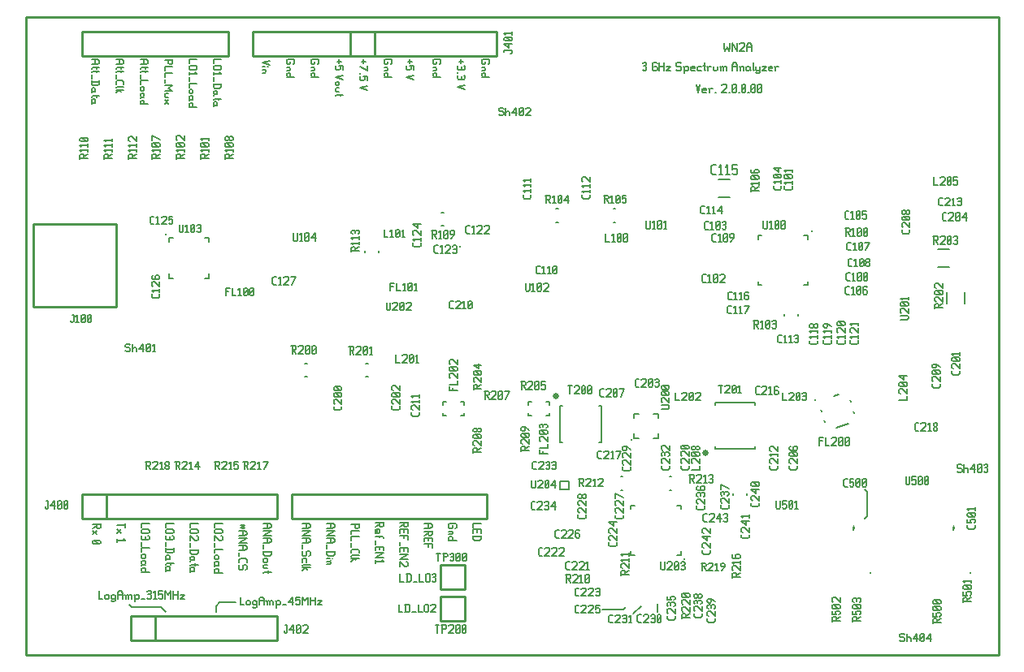
<source format=gbr>
G04 start of page 10 for group -4079 idx -4079 *
G04 Title: (unknown), topsilk *
G04 Creator: pcb 1.99z *
G04 CreationDate: Wed 16 Jun 2021 11:08:52 PM GMT UTC *
G04 For: mark *
G04 Format: Gerber/RS-274X *
G04 PCB-Dimensions (mil): 4300.00 3300.00 *
G04 PCB-Coordinate-Origin: lower left *
%MOIN*%
%FSLAX25Y25*%
%LNTOPSILK*%
%ADD187C,0.0250*%
%ADD186C,0.0098*%
%ADD185C,0.0061*%
%ADD184C,0.0020*%
%ADD183C,0.0079*%
%ADD182C,0.0063*%
%ADD181C,0.0080*%
%ADD180C,0.0060*%
%ADD179C,0.0100*%
G54D179*X415006Y281494D02*X16006D01*
Y19494D01*
X415006D01*
Y281494D01*
G54D180*X252506Y37994D02*X261006D01*
X71506Y38994D02*X59506D01*
X73506Y36994D02*X71506Y38994D01*
X59506D02*X58506Y39994D01*
X102006Y40994D02*X95506D01*
X94006Y39494D01*
Y36994D01*
X261006Y37994D02*X262006Y38994D01*
X265006Y36494D02*X268506Y39494D01*
X275006Y40494D02*Y36994D01*
X360006Y87494D02*X361006Y86494D01*
Y76494D01*
X360006Y75494D01*
X43006Y263994D02*X45406D01*
X46206Y263434D01*
Y262554D01*
X45406Y261994D01*
X43006D02*X45406D01*
X44606Y263994D02*Y261994D01*
X43406Y260634D02*X46206D01*
X43406D02*X43006Y260234D01*
X45006Y261034D02*Y260234D01*
X43406Y259034D02*X46206D01*
X43406D02*X43006Y258634D01*
X45006Y259434D02*Y258634D01*
X43006Y257834D02*Y256234D01*
Y254874D02*X46206D01*
Y253834D02*X45646Y253274D01*
X43566D02*X45646D01*
X43006Y253834D02*X43566Y253274D01*
X43006Y255274D02*Y253834D01*
X46206Y255274D02*Y253834D01*
X44606Y251114D02*X44206Y250714D01*
X44606Y251914D02*Y251114D01*
X44206Y252314D02*X44606Y251914D01*
X43406Y252314D02*X44206D01*
X43406D02*X43006Y251914D01*
X43406Y250714D02*X44606D01*
X43406D02*X43006Y250314D01*
Y251914D02*Y251114D01*
X43406Y250714D01*
Y248954D02*X46206D01*
X43406D02*X43006Y248554D01*
X45006Y249354D02*Y248554D01*
X44606Y246554D02*X44206Y246154D01*
X44606Y247354D02*Y246554D01*
X44206Y247754D02*X44606Y247354D01*
X43406Y247754D02*X44206D01*
X43406D02*X43006Y247354D01*
X43406Y246154D02*X44606D01*
X43406D02*X43006Y245754D01*
Y247354D02*Y246554D01*
X43406Y246154D01*
X53006Y263994D02*X55406D01*
X56206Y263434D01*
Y262554D01*
X55406Y261994D01*
X53006D02*X55406D01*
X54606Y263994D02*Y261994D01*
X53406Y260634D02*X56206D01*
X53406D02*X53006Y260234D01*
X55006Y261034D02*Y260234D01*
X53406Y259034D02*X56206D01*
X53406D02*X53006Y258634D01*
X55006Y259434D02*Y258634D01*
X53006Y257834D02*Y256234D01*
Y254714D02*Y253674D01*
X53566Y255274D02*X53006Y254714D01*
X53566Y255274D02*X55646D01*
X56206Y254714D01*
Y253674D01*
X53406Y252714D02*X56206D01*
X53406D02*X53006Y252314D01*
Y251514D02*X56206D01*
X54206D02*X53006Y250314D01*
X54206Y251514D02*X55006Y250714D01*
X63006Y263994D02*X65406D01*
X66206Y263434D01*
Y262554D01*
X65406Y261994D01*
X63006D02*X65406D01*
X64606Y263994D02*Y261994D01*
X63406Y260634D02*X66206D01*
X63406D02*X63006Y260234D01*
X65006Y261034D02*Y260234D01*
X63406Y259034D02*X66206D01*
X63406D02*X63006Y258634D01*
X65006Y259434D02*Y258634D01*
X63006Y257834D02*Y256234D01*
Y255274D02*X66206D01*
X63006D02*Y253674D01*
X63406Y252714D02*X64206D01*
X64606Y252314D01*
Y251514D01*
X64206Y251114D01*
X63406D02*X64206D01*
X63006Y251514D02*X63406Y251114D01*
X63006Y252314D02*Y251514D01*
X63406Y252714D02*X63006Y252314D01*
X64606Y248954D02*X64206Y248554D01*
X64606Y249754D02*Y248954D01*
X64206Y250154D02*X64606Y249754D01*
X63406Y250154D02*X64206D01*
X63406D02*X63006Y249754D01*
X63406Y248554D02*X64606D01*
X63406D02*X63006Y248154D01*
Y249754D02*Y248954D01*
X63406Y248554D01*
X63006Y245594D02*X66206D01*
X63006Y245994D02*X63406Y245594D01*
X63006Y246794D02*Y245994D01*
X63406Y247194D02*X63006Y246794D01*
X63406Y247194D02*X64206D01*
X64606Y246794D01*
Y245994D01*
X64206Y245594D01*
X63506Y73494D02*X66706D01*
X63506D02*Y71894D01*
X63906Y70934D02*X66306D01*
X66706Y70534D01*
Y69734D01*
X66306Y69334D01*
X63906D02*X66306D01*
X63506Y69734D02*X63906Y69334D01*
X63506Y70534D02*Y69734D01*
X63906Y70934D02*X63506Y70534D01*
X66306Y68374D02*X66706Y67974D01*
Y67174D01*
X66306Y66774D01*
X63506Y67174D02*X63906Y66774D01*
X63506Y67974D02*Y67174D01*
X63906Y68374D02*X63506Y67974D01*
X65266D02*Y67174D01*
X65666Y66774D02*X66306D01*
X63906D02*X64866D01*
X65266Y67174D01*
X65666Y66774D02*X65266Y67174D01*
X63506Y65814D02*Y64214D01*
Y63254D02*X66706D01*
X63506D02*Y61654D01*
X63906Y60694D02*X64706D01*
X65106Y60294D01*
Y59494D01*
X64706Y59094D01*
X63906D02*X64706D01*
X63506Y59494D02*X63906Y59094D01*
X63506Y60294D02*Y59494D01*
X63906Y60694D02*X63506Y60294D01*
X65106Y56934D02*X64706Y56534D01*
X65106Y57734D02*Y56934D01*
X64706Y58134D02*X65106Y57734D01*
X63906Y58134D02*X64706D01*
X63906D02*X63506Y57734D01*
X63906Y56534D02*X65106D01*
X63906D02*X63506Y56134D01*
Y57734D02*Y56934D01*
X63906Y56534D01*
X63506Y53574D02*X66706D01*
X63506Y53974D02*X63906Y53574D01*
X63506Y54774D02*Y53974D01*
X63906Y55174D02*X63506Y54774D01*
X63906Y55174D02*X64706D01*
X65106Y54774D01*
Y53974D01*
X64706Y53574D01*
X46706Y73494D02*Y71894D01*
X46306Y71494D01*
X45506D02*X46306D01*
X45106Y71894D02*X45506Y71494D01*
X45106Y73094D02*Y71894D01*
X43506Y73094D02*X46706D01*
X45106Y72454D02*X43506Y71494D01*
X45106Y70534D02*X43506Y68934D01*
Y70534D02*X45106Y68934D01*
X43906Y66534D02*X43506Y66134D01*
X43906Y66534D02*X46306D01*
X46706Y66134D01*
Y65334D01*
X46306Y64934D01*
X43906D02*X46306D01*
X43506Y65334D02*X43906Y64934D01*
X43506Y66134D02*Y65334D01*
X44306Y66534D02*X45906Y64934D01*
X56706Y73494D02*Y71894D01*
X53506Y72694D02*X56706D01*
X55106Y70934D02*X53506Y69334D01*
Y70934D02*X55106Y69334D01*
X56066Y66934D02*X56706Y66294D01*
X53506D02*X56706D01*
X53506Y66934D02*Y65734D01*
X73506Y73494D02*X76706D01*
X73506D02*Y71894D01*
X73906Y70934D02*X76306D01*
X76706Y70534D01*
Y69734D01*
X76306Y69334D01*
X73906D02*X76306D01*
X73506Y69734D02*X73906Y69334D01*
X73506Y70534D02*Y69734D01*
X73906Y70934D02*X73506Y70534D01*
X76306Y68374D02*X76706Y67974D01*
Y67174D01*
X76306Y66774D01*
X73506Y67174D02*X73906Y66774D01*
X73506Y67974D02*Y67174D01*
X73906Y68374D02*X73506Y67974D01*
X75266D02*Y67174D01*
X75666Y66774D02*X76306D01*
X73906D02*X74866D01*
X75266Y67174D01*
X75666Y66774D02*X75266Y67174D01*
X73506Y65814D02*Y64214D01*
Y62854D02*X76706D01*
Y61814D02*X76146Y61254D01*
X74066D02*X76146D01*
X73506Y61814D02*X74066Y61254D01*
X73506Y63254D02*Y61814D01*
X76706Y63254D02*Y61814D01*
X75106Y59094D02*X74706Y58694D01*
X75106Y59894D02*Y59094D01*
X74706Y60294D02*X75106Y59894D01*
X73906Y60294D02*X74706D01*
X73906D02*X73506Y59894D01*
X73906Y58694D02*X75106D01*
X73906D02*X73506Y58294D01*
Y59894D02*Y59094D01*
X73906Y58694D01*
Y56934D02*X76706D01*
X73906D02*X73506Y56534D01*
X75506Y57334D02*Y56534D01*
X75106Y54534D02*X74706Y54134D01*
X75106Y55334D02*Y54534D01*
X74706Y55734D02*X75106Y55334D01*
X73906Y55734D02*X74706D01*
X73906D02*X73506Y55334D01*
X73906Y54134D02*X75106D01*
X73906D02*X73506Y53734D01*
Y55334D02*Y54534D01*
X73906Y54134D01*
X104706Y72994D02*Y71394D01*
X105506Y72994D02*Y71394D01*
X104306Y71794D02*X105906D01*
X104306Y72594D02*X105906D01*
X103506Y70434D02*X105906D01*
X106706Y69874D01*
Y68994D01*
X105906Y68434D01*
X103506D02*X105906D01*
X105106Y70434D02*Y68434D01*
X103506Y67474D02*X106706D01*
X103506Y65474D01*
X106706D01*
X103506Y64514D02*X105906D01*
X106706Y63954D01*
Y63074D01*
X105906Y62514D01*
X103506D02*X105906D01*
X105106Y64514D02*Y62514D01*
X103506Y61554D02*Y59954D01*
Y58434D02*Y57394D01*
X104066Y58994D02*X103506Y58434D01*
X104066Y58994D02*X106146D01*
X106706Y58434D01*
Y57394D01*
Y54834D02*X106306Y54434D01*
X106706Y56034D02*Y54834D01*
X106306Y56434D02*X106706Y56034D01*
X105506Y56434D02*X106306D01*
X105506D02*X105106Y56034D01*
Y54834D01*
X104706Y54434D01*
X103906D02*X104706D01*
X103506Y54834D02*X103906Y54434D01*
X103506Y56034D02*Y54834D01*
X103906Y56434D02*X103506Y56034D01*
X46006Y45694D02*Y42494D01*
X47606D01*
X48566Y43694D02*Y42894D01*
Y43694D02*X48966Y44094D01*
X49766D01*
X50166Y43694D01*
Y42894D01*
X49766Y42494D02*X50166Y42894D01*
X48966Y42494D02*X49766D01*
X48566Y42894D02*X48966Y42494D01*
X52326Y44094D02*X52726Y43694D01*
X51526Y44094D02*X52326D01*
X51126Y43694D02*X51526Y44094D01*
X51126Y43694D02*Y42894D01*
X51526Y42494D01*
X52326D01*
X52726Y42894D01*
X51126Y41694D02*X51526Y41294D01*
X52326D01*
X52726Y41694D01*
Y44094D02*Y41694D01*
X53686Y44894D02*Y42494D01*
Y44894D02*X54246Y45694D01*
X55126D01*
X55686Y44894D01*
Y42494D01*
X53686Y44094D02*X55686D01*
X57046Y43694D02*Y42494D01*
Y43694D02*X57446Y44094D01*
X57846D01*
X58246Y43694D01*
Y42494D01*
Y43694D02*X58646Y44094D01*
X59046D01*
X59446Y43694D01*
Y42494D01*
X56646Y44094D02*X57046Y43694D01*
X60806D02*Y41294D01*
X60406Y44094D02*X60806Y43694D01*
X61206Y44094D01*
X62006D01*
X62406Y43694D01*
Y42894D01*
X62006Y42494D02*X62406Y42894D01*
X61206Y42494D02*X62006D01*
X60806Y42894D02*X61206Y42494D01*
X63366D02*X64966D01*
X65926Y45294D02*X66326Y45694D01*
X67126D01*
X67526Y45294D01*
X67126Y42494D02*X67526Y42894D01*
X66326Y42494D02*X67126D01*
X65926Y42894D02*X66326Y42494D01*
Y44254D02*X67126D01*
X67526Y45294D02*Y44654D01*
Y43854D02*Y42894D01*
Y43854D02*X67126Y44254D01*
X67526Y44654D02*X67126Y44254D01*
X68486Y45054D02*X69126Y45694D01*
Y42494D01*
X68486D02*X69686D01*
X70646Y45694D02*X72246D01*
X70646D02*Y44094D01*
X71046Y44494D01*
X71846D01*
X72246Y44094D01*
Y42894D01*
X71846Y42494D02*X72246Y42894D01*
X71046Y42494D02*X71846D01*
X70646Y42894D02*X71046Y42494D01*
X73206Y45694D02*Y42494D01*
Y45694D02*X74406Y44094D01*
X75606Y45694D01*
Y42494D01*
X76566Y45694D02*Y42494D01*
X78566Y45694D02*Y42494D01*
X76566Y44094D02*X78566D01*
X79526D02*X81126D01*
X79526Y42494D02*X81126Y44094D01*
X79526Y42494D02*X81126D01*
X93006Y263994D02*X96206D01*
X93006D02*Y262394D01*
X93406Y261434D02*X95806D01*
X96206Y261034D01*
Y260234D01*
X95806Y259834D01*
X93406D02*X95806D01*
X93006Y260234D02*X93406Y259834D01*
X93006Y261034D02*Y260234D01*
X93406Y261434D02*X93006Y261034D01*
X95566Y258874D02*X96206Y258234D01*
X93006D02*X96206D01*
X93006Y258874D02*Y257674D01*
Y256714D02*Y255114D01*
Y253754D02*X96206D01*
Y252714D02*X95646Y252154D01*
X93566D02*X95646D01*
X93006Y252714D02*X93566Y252154D01*
X93006Y254154D02*Y252714D01*
X96206Y254154D02*Y252714D01*
X94606Y249994D02*X94206Y249594D01*
X94606Y250794D02*Y249994D01*
X94206Y251194D02*X94606Y250794D01*
X93406Y251194D02*X94206D01*
X93406D02*X93006Y250794D01*
X93406Y249594D02*X94606D01*
X93406D02*X93006Y249194D01*
Y250794D02*Y249994D01*
X93406Y249594D01*
Y247834D02*X96206D01*
X93406D02*X93006Y247434D01*
X95006Y248234D02*Y247434D01*
X94606Y245434D02*X94206Y245034D01*
X94606Y246234D02*Y245434D01*
X94206Y246634D02*X94606Y246234D01*
X93406Y246634D02*X94206D01*
X93406D02*X93006Y246234D01*
X93406Y245034D02*X94606D01*
X93406D02*X93006Y244634D01*
Y246234D02*Y245434D01*
X93406Y245034D01*
X83006Y263994D02*X86206D01*
X83006D02*Y262394D01*
X83406Y261434D02*X85806D01*
X86206Y261034D01*
Y260234D01*
X85806Y259834D01*
X83406D02*X85806D01*
X83006Y260234D02*X83406Y259834D01*
X83006Y261034D02*Y260234D01*
X83406Y261434D02*X83006Y261034D01*
X85566Y258874D02*X86206Y258234D01*
X83006D02*X86206D01*
X83006Y258874D02*Y257674D01*
Y256714D02*Y255114D01*
Y254154D02*X86206D01*
X83006D02*Y252554D01*
X83406Y251594D02*X84206D01*
X84606Y251194D01*
Y250394D01*
X84206Y249994D01*
X83406D02*X84206D01*
X83006Y250394D02*X83406Y249994D01*
X83006Y251194D02*Y250394D01*
X83406Y251594D02*X83006Y251194D01*
X84606Y247834D02*X84206Y247434D01*
X84606Y248634D02*Y247834D01*
X84206Y249034D02*X84606Y248634D01*
X83406Y249034D02*X84206D01*
X83406D02*X83006Y248634D01*
X83406Y247434D02*X84606D01*
X83406D02*X83006Y247034D01*
Y248634D02*Y247834D01*
X83406Y247434D01*
X83006Y244474D02*X86206D01*
X83006Y244874D02*X83406Y244474D01*
X83006Y245674D02*Y244874D01*
X83406Y246074D02*X83006Y245674D01*
X83406Y246074D02*X84206D01*
X84606Y245674D01*
Y244874D01*
X84206Y244474D01*
X73006Y263594D02*X76206D01*
Y263994D02*Y262394D01*
X75806Y261994D01*
X75006D02*X75806D01*
X74606Y262394D02*X75006Y261994D01*
X74606Y263594D02*Y262394D01*
X73006Y261034D02*X76206D01*
X73006D02*Y259434D01*
Y258474D02*X76206D01*
X73006D02*Y256874D01*
Y255914D02*Y254314D01*
Y253354D02*X76206D01*
X74606Y252154D01*
X76206Y250954D01*
X73006D02*X76206D01*
X73406Y249994D02*X74606D01*
X73406D02*X73006Y249594D01*
Y248794D01*
X73406Y248394D01*
X74606D01*
Y247434D02*X73006Y245834D01*
Y247434D02*X74606Y245834D01*
X162706Y73994D02*Y72394D01*
X162306Y71994D01*
X161506D02*X162306D01*
X161106Y72394D02*X161506Y71994D01*
X161106Y73594D02*Y72394D01*
X159506Y73594D02*X162706D01*
X161106Y72954D02*X159506Y71994D01*
Y70634D02*Y69434D01*
X159906Y71034D02*X159506Y70634D01*
X159906Y71034D02*X160706D01*
X161106Y70634D01*
Y69834D01*
X160706Y69434D01*
X160306Y71034D02*Y69434D01*
X160706D01*
X159506Y68074D02*X162306D01*
X162706Y67674D01*
Y67274D01*
X161106Y68474D02*Y67674D01*
X159506Y66474D02*Y64874D01*
X161266Y63914D02*Y62714D01*
X159506Y63914D02*Y62314D01*
Y63914D02*X162706D01*
Y62314D01*
X159506Y61354D02*X162706D01*
X159506Y59354D01*
X162706D01*
X162066Y58394D02*X162706Y57754D01*
X159506D02*X162706D01*
X159506Y58394D02*Y57194D01*
X129506Y73494D02*X131906D01*
X132706Y72934D01*
Y72054D01*
X131906Y71494D01*
X129506D02*X131906D01*
X131106Y73494D02*Y71494D01*
X129506Y70534D02*X132706D01*
X129506Y68534D01*
X132706D01*
X129506Y67574D02*X131906D01*
X132706Y67014D01*
Y66134D01*
X131906Y65574D01*
X129506D02*X131906D01*
X131106Y67574D02*Y65574D01*
X129506Y64614D02*Y63014D01*
X132706Y60454D02*X132306Y60054D01*
X132706Y61654D02*Y60454D01*
X132306Y62054D02*X132706Y61654D01*
X131506Y62054D02*X132306D01*
X131506D02*X131106Y61654D01*
Y60454D01*
X130706Y60054D01*
X129906D02*X130706D01*
X129506Y60454D02*X129906Y60054D01*
X129506Y61654D02*Y60454D01*
X129906Y62054D02*X129506Y61654D01*
X131106Y58694D02*Y57494D01*
X130706Y59094D02*X131106Y58694D01*
X129906Y59094D02*X130706D01*
X129906D02*X129506Y58694D01*
Y57494D01*
X129906Y56534D02*X132706D01*
X129906D02*X129506Y56134D01*
Y55334D02*X132706D01*
X130706D02*X129506Y54134D01*
X130706Y55334D02*X131506Y54534D01*
X139506Y73494D02*X141906D01*
X142706Y72934D01*
Y72054D01*
X141906Y71494D01*
X139506D02*X141906D01*
X141106Y73494D02*Y71494D01*
X139506Y70534D02*X142706D01*
X139506Y68534D01*
X142706D01*
X139506Y67574D02*X141906D01*
X142706Y67014D01*
Y66134D01*
X141906Y65574D01*
X139506D02*X141906D01*
X141106Y67574D02*Y65574D01*
X139506Y64614D02*Y63014D01*
Y61654D02*X142706D01*
Y60614D02*X142146Y60054D01*
X140066D02*X142146D01*
X139506Y60614D02*X140066Y60054D01*
X139506Y62054D02*Y60614D01*
X142706Y62054D02*Y60614D01*
X141826Y59094D02*X141906D01*
X139506D02*X140706D01*
X139506Y57894D02*X140706D01*
X141106Y57494D01*
Y57094D01*
X140706Y56694D01*
X139506D02*X140706D01*
X141106Y58294D02*X140706Y57894D01*
X149506Y73094D02*X152706D01*
Y73494D02*Y71894D01*
X152306Y71494D01*
X151506D02*X152306D01*
X151106Y71894D02*X151506Y71494D01*
X151106Y73094D02*Y71894D01*
X149506Y70534D02*X152706D01*
X149506D02*Y68934D01*
Y67974D02*X152706D01*
X149506D02*Y66374D01*
Y65414D02*Y63814D01*
Y62294D02*Y61254D01*
X150066Y62854D02*X149506Y62294D01*
X150066Y62854D02*X152146D01*
X152706Y62294D01*
Y61254D01*
X149906Y60294D02*X152706D01*
X149906D02*X149506Y59894D01*
Y59094D02*X152706D01*
X150706D02*X149506Y57894D01*
X150706Y59094D02*X151506Y58294D01*
X83506Y73494D02*X86706D01*
X83506D02*Y71894D01*
X83906Y70934D02*X86306D01*
X86706Y70534D01*
Y69734D01*
X86306Y69334D01*
X83906D02*X86306D01*
X83506Y69734D02*X83906Y69334D01*
X83506Y70534D02*Y69734D01*
X83906Y70934D02*X83506Y70534D01*
X86306Y68374D02*X86706Y67974D01*
Y66774D01*
X86306Y66374D01*
X85506D02*X86306D01*
X83506Y68374D02*X85506Y66374D01*
X83506Y68374D02*Y66374D01*
Y65414D02*Y63814D01*
Y62454D02*X86706D01*
Y61414D02*X86146Y60854D01*
X84066D02*X86146D01*
X83506Y61414D02*X84066Y60854D01*
X83506Y62854D02*Y61414D01*
X86706Y62854D02*Y61414D01*
X85106Y58694D02*X84706Y58294D01*
X85106Y59494D02*Y58694D01*
X84706Y59894D02*X85106Y59494D01*
X83906Y59894D02*X84706D01*
X83906D02*X83506Y59494D01*
X83906Y58294D02*X85106D01*
X83906D02*X83506Y57894D01*
Y59494D02*Y58694D01*
X83906Y58294D01*
Y56534D02*X86706D01*
X83906D02*X83506Y56134D01*
X85506Y56934D02*Y56134D01*
X85106Y54134D02*X84706Y53734D01*
X85106Y54934D02*Y54134D01*
X84706Y55334D02*X85106Y54934D01*
X83906Y55334D02*X84706D01*
X83906D02*X83506Y54934D01*
X83906Y53734D02*X85106D01*
X83906D02*X83506Y53334D01*
Y54934D02*Y54134D01*
X83906Y53734D01*
X93506Y73494D02*X96706D01*
X93506D02*Y71894D01*
X93906Y70934D02*X96306D01*
X96706Y70534D01*
Y69734D01*
X96306Y69334D01*
X93906D02*X96306D01*
X93506Y69734D02*X93906Y69334D01*
X93506Y70534D02*Y69734D01*
X93906Y70934D02*X93506Y70534D01*
X96306Y68374D02*X96706Y67974D01*
Y66774D01*
X96306Y66374D01*
X95506D02*X96306D01*
X93506Y68374D02*X95506Y66374D01*
X93506Y68374D02*Y66374D01*
Y65414D02*Y63814D01*
Y62854D02*X96706D01*
X93506D02*Y61254D01*
X93906Y60294D02*X94706D01*
X95106Y59894D01*
Y59094D01*
X94706Y58694D01*
X93906D02*X94706D01*
X93506Y59094D02*X93906Y58694D01*
X93506Y59894D02*Y59094D01*
X93906Y60294D02*X93506Y59894D01*
X95106Y56534D02*X94706Y56134D01*
X95106Y57334D02*Y56534D01*
X94706Y57734D02*X95106Y57334D01*
X93906Y57734D02*X94706D01*
X93906D02*X93506Y57334D01*
X93906Y56134D02*X95106D01*
X93906D02*X93506Y55734D01*
Y57334D02*Y56534D01*
X93906Y56134D01*
X93506Y53174D02*X96706D01*
X93506Y53574D02*X93906Y53174D01*
X93506Y54374D02*Y53574D01*
X93906Y54774D02*X93506Y54374D01*
X93906Y54774D02*X94706D01*
X95106Y54374D01*
Y53574D01*
X94706Y53174D01*
X116206Y263494D02*X113006Y262694D01*
X116206Y261894D01*
X115326Y260934D02*X115406D01*
X113006D02*X114206D01*
X113006Y259734D02*X114206D01*
X114606Y259334D01*
Y258934D01*
X114206Y258534D01*
X113006D02*X114206D01*
X114606Y260134D02*X114206Y259734D01*
X144606Y263994D02*Y262394D01*
X143806Y263194D02*X145406D01*
X146206Y261434D02*Y259834D01*
X144606Y261434D02*X146206D01*
X144606D02*X145006Y261034D01*
Y260234D01*
X144606Y259834D01*
X143406D02*X144606D01*
X143006Y260234D02*X143406Y259834D01*
X143006Y261034D02*Y260234D01*
X143406Y261434D02*X143006Y261034D01*
X146206Y257434D02*X143006Y256634D01*
X146206Y255834D01*
X143406Y254874D02*X144206D01*
X144606Y254474D01*
Y253674D01*
X144206Y253274D01*
X143406D02*X144206D01*
X143006Y253674D02*X143406Y253274D01*
X143006Y254474D02*Y253674D01*
X143406Y254874D02*X143006Y254474D01*
X143406Y252314D02*X144606D01*
X143406D02*X143006Y251914D01*
Y251114D01*
X143406Y250714D01*
X144606D01*
X143406Y249354D02*X146206D01*
X143406D02*X143006Y248954D01*
X145006Y249754D02*Y248954D01*
X126206Y262394D02*X125806Y261994D01*
X126206Y263594D02*Y262394D01*
X125806Y263994D02*X126206Y263594D01*
X123406Y263994D02*X125806D01*
X123406D02*X123006Y263594D01*
Y262394D01*
X123406Y261994D01*
X124206D01*
X124606Y262394D02*X124206Y261994D01*
X124606Y263194D02*Y262394D01*
X123006Y260634D02*X124206D01*
X124606Y260234D01*
Y259834D01*
X124206Y259434D01*
X123006D02*X124206D01*
X124606Y261034D02*X124206Y260634D01*
X123006Y256874D02*X126206D01*
X123006Y257274D02*X123406Y256874D01*
X123006Y258074D02*Y257274D01*
X123406Y258474D02*X123006Y258074D01*
X123406Y258474D02*X124206D01*
X124606Y258074D01*
Y257274D01*
X124206Y256874D01*
X136206Y262394D02*X135806Y261994D01*
X136206Y263594D02*Y262394D01*
X135806Y263994D02*X136206Y263594D01*
X133406Y263994D02*X135806D01*
X133406D02*X133006Y263594D01*
Y262394D01*
X133406Y261994D01*
X134206D01*
X134606Y262394D02*X134206Y261994D01*
X134606Y263194D02*Y262394D01*
X133006Y260634D02*X134206D01*
X134606Y260234D01*
Y259834D01*
X134206Y259434D01*
X133006D02*X134206D01*
X134606Y261034D02*X134206Y260634D01*
X133006Y256874D02*X136206D01*
X133006Y257274D02*X133406Y256874D01*
X133006Y258074D02*Y257274D01*
X133406Y258474D02*X133006Y258074D01*
X133406Y258474D02*X134206D01*
X134606Y258074D01*
Y257274D01*
X134206Y256874D01*
X154606Y263994D02*Y262394D01*
X153806Y263194D02*X155406D01*
X153006Y261034D02*X156206Y259434D01*
Y261434D02*Y259434D01*
X153006Y258474D02*Y258074D01*
X156206Y257114D02*Y255514D01*
X154606Y257114D02*X156206D01*
X154606D02*X155006Y256714D01*
Y255914D01*
X154606Y255514D01*
X153406D02*X154606D01*
X153006Y255914D02*X153406Y255514D01*
X153006Y256714D02*Y255914D01*
X153406Y257114D02*X153006Y256714D01*
X156206Y253114D02*X153006Y252314D01*
X156206Y251514D01*
X113506Y73494D02*X115906D01*
X116706Y72934D01*
Y72054D01*
X115906Y71494D01*
X113506D02*X115906D01*
X115106Y73494D02*Y71494D01*
X113506Y70534D02*X116706D01*
X113506Y68534D01*
X116706D01*
X113506Y67574D02*X115906D01*
X116706Y67014D01*
Y66134D01*
X115906Y65574D01*
X113506D02*X115906D01*
X115106Y67574D02*Y65574D01*
X113506Y64614D02*Y63014D01*
Y61654D02*X116706D01*
Y60614D02*X116146Y60054D01*
X114066D02*X116146D01*
X113506Y60614D02*X114066Y60054D01*
X113506Y62054D02*Y60614D01*
X116706Y62054D02*Y60614D01*
X113906Y59094D02*X114706D01*
X115106Y58694D01*
Y57894D01*
X114706Y57494D01*
X113906D02*X114706D01*
X113506Y57894D02*X113906Y57494D01*
X113506Y58694D02*Y57894D01*
X113906Y59094D02*X113506Y58694D01*
X113906Y56534D02*X115106D01*
X113906D02*X113506Y56134D01*
Y55334D01*
X113906Y54934D01*
X115106D01*
X113906Y53574D02*X116706D01*
X113906D02*X113506Y53174D01*
X115506Y53974D02*Y53174D01*
X104006Y43194D02*Y39994D01*
X105606D01*
X106566Y41194D02*Y40394D01*
Y41194D02*X106966Y41594D01*
X107766D01*
X108166Y41194D01*
Y40394D01*
X107766Y39994D02*X108166Y40394D01*
X106966Y39994D02*X107766D01*
X106566Y40394D02*X106966Y39994D01*
X110326Y41594D02*X110726Y41194D01*
X109526Y41594D02*X110326D01*
X109126Y41194D02*X109526Y41594D01*
X109126Y41194D02*Y40394D01*
X109526Y39994D01*
X110326D01*
X110726Y40394D01*
X109126Y39194D02*X109526Y38794D01*
X110326D01*
X110726Y39194D01*
Y41594D02*Y39194D01*
X111686Y42394D02*Y39994D01*
Y42394D02*X112246Y43194D01*
X113126D01*
X113686Y42394D01*
Y39994D01*
X111686Y41594D02*X113686D01*
X115046Y41194D02*Y39994D01*
Y41194D02*X115446Y41594D01*
X115846D01*
X116246Y41194D01*
Y39994D01*
Y41194D02*X116646Y41594D01*
X117046D01*
X117446Y41194D01*
Y39994D01*
X114646Y41594D02*X115046Y41194D01*
X118806D02*Y38794D01*
X118406Y41594D02*X118806Y41194D01*
X119206Y41594D01*
X120006D01*
X120406Y41194D01*
Y40394D01*
X120006Y39994D02*X120406Y40394D01*
X119206Y39994D02*X120006D01*
X118806Y40394D02*X119206Y39994D01*
X121366D02*X122966D01*
X123926Y41194D02*X125526Y43194D01*
X123926Y41194D02*X125926D01*
X125526Y43194D02*Y39994D01*
X126886Y43194D02*X128486D01*
X126886D02*Y41594D01*
X127286Y41994D01*
X128086D01*
X128486Y41594D01*
Y40394D01*
X128086Y39994D02*X128486Y40394D01*
X127286Y39994D02*X128086D01*
X126886Y40394D02*X127286Y39994D01*
X129446Y43194D02*Y39994D01*
Y43194D02*X130646Y41594D01*
X131846Y43194D01*
Y39994D01*
X132806Y43194D02*Y39994D01*
X134806Y43194D02*Y39994D01*
X132806Y41594D02*X134806D01*
X135766D02*X137366D01*
X135766Y39994D02*X137366Y41594D01*
X135766Y39994D02*X137366D01*
X172706Y73994D02*Y72394D01*
X172306Y71994D01*
X171506D02*X172306D01*
X171106Y72394D02*X171506Y71994D01*
X171106Y73594D02*Y72394D01*
X169506Y73594D02*X172706D01*
X171106Y72954D02*X169506Y71994D01*
X171266Y71034D02*Y69834D01*
X169506Y71034D02*Y69434D01*
Y71034D02*X172706D01*
Y69434D01*
X169506Y68474D02*X172706D01*
Y66874D01*
X171266Y68474D02*Y67274D01*
X169506Y65914D02*Y64314D01*
X171266Y63354D02*Y62154D01*
X169506Y63354D02*Y61754D01*
Y63354D02*X172706D01*
Y61754D01*
X169506Y60794D02*X172706D01*
X169506Y58794D01*
X172706D01*
X172306Y57834D02*X172706Y57434D01*
Y56234D01*
X172306Y55834D01*
X171506D02*X172306D01*
X169506Y57834D02*X171506Y55834D01*
X169506Y57834D02*Y55834D01*
X173606Y263994D02*Y262394D01*
X172806Y263194D02*X174406D01*
X175206Y261434D02*Y259834D01*
X173606Y261434D02*X175206D01*
X173606D02*X174006Y261034D01*
Y260234D01*
X173606Y259834D01*
X172406D02*X173606D01*
X172006Y260234D02*X172406Y259834D01*
X172006Y261034D02*Y260234D01*
X172406Y261434D02*X172006Y261034D01*
X175206Y257434D02*X172006Y256634D01*
X175206Y255834D01*
X166206Y262394D02*X165806Y261994D01*
X166206Y263594D02*Y262394D01*
X165806Y263994D02*X166206Y263594D01*
X163406Y263994D02*X165806D01*
X163406D02*X163006Y263594D01*
Y262394D01*
X163406Y261994D01*
X164206D01*
X164606Y262394D02*X164206Y261994D01*
X164606Y263194D02*Y262394D01*
X163006Y260634D02*X164206D01*
X164606Y260234D01*
Y259834D01*
X164206Y259434D01*
X163006D02*X164206D01*
X164606Y261034D02*X164206Y260634D01*
X163006Y256874D02*X166206D01*
X163006Y257274D02*X163406Y256874D01*
X163006Y258074D02*Y257274D01*
X163406Y258474D02*X163006Y258074D01*
X163406Y258474D02*X164206D01*
X164606Y258074D01*
Y257274D01*
X164206Y256874D01*
X186206Y262394D02*X185806Y261994D01*
X186206Y263594D02*Y262394D01*
X185806Y263994D02*X186206Y263594D01*
X183406Y263994D02*X185806D01*
X183406D02*X183006Y263594D01*
Y262394D01*
X183406Y261994D01*
X184206D01*
X184606Y262394D02*X184206Y261994D01*
X184606Y263194D02*Y262394D01*
X183006Y260634D02*X184206D01*
X184606Y260234D01*
Y259834D01*
X184206Y259434D01*
X183006D02*X184206D01*
X184606Y261034D02*X184206Y260634D01*
X183006Y256874D02*X186206D01*
X183006Y257274D02*X183406Y256874D01*
X183006Y258074D02*Y257274D01*
X183406Y258474D02*X183006Y258074D01*
X183406Y258474D02*X184206D01*
X184606Y258074D01*
Y257274D01*
X184206Y256874D01*
X169506Y52694D02*Y49494D01*
X171106D01*
X172466Y52694D02*Y49494D01*
X173506Y52694D02*X174066Y52134D01*
Y50054D01*
X173506Y49494D02*X174066Y50054D01*
X172066Y49494D02*X173506D01*
X172066Y52694D02*X173506D01*
X175026Y49494D02*X176626D01*
X177586Y52694D02*Y49494D01*
X179186D01*
X180146Y52294D02*Y49894D01*
Y52294D02*X180546Y52694D01*
X181346D01*
X181746Y52294D01*
Y49894D01*
X181346Y49494D02*X181746Y49894D01*
X180546Y49494D02*X181346D01*
X180146Y49894D02*X180546Y49494D01*
X182706Y52294D02*X183106Y52694D01*
X183906D01*
X184306Y52294D01*
X183906Y49494D02*X184306Y49894D01*
X183106Y49494D02*X183906D01*
X182706Y49894D02*X183106Y49494D01*
Y51254D02*X183906D01*
X184306Y52294D02*Y51654D01*
Y50854D02*Y49894D01*
Y50854D02*X183906Y51254D01*
X184306Y51654D02*X183906Y51254D01*
X169006Y40194D02*Y36994D01*
X170606D01*
X171966Y40194D02*Y36994D01*
X173006Y40194D02*X173566Y39634D01*
Y37554D01*
X173006Y36994D02*X173566Y37554D01*
X171566Y36994D02*X173006D01*
X171566Y40194D02*X173006D01*
X174526Y36994D02*X176126D01*
X177086Y40194D02*Y36994D01*
X178686D01*
X179646Y39794D02*Y37394D01*
Y39794D02*X180046Y40194D01*
X180846D01*
X181246Y39794D01*
Y37394D01*
X180846Y36994D02*X181246Y37394D01*
X180046Y36994D02*X180846D01*
X179646Y37394D02*X180046Y36994D01*
X182206Y39794D02*X182606Y40194D01*
X183806D01*
X184206Y39794D01*
Y38994D01*
X182206Y36994D02*X184206Y38994D01*
X182206Y36994D02*X184206D01*
X179506Y73494D02*X181906D01*
X182706Y72934D01*
Y72054D01*
X181906Y71494D01*
X179506D02*X181906D01*
X181106Y73494D02*Y71494D01*
X182706Y70534D02*Y68934D01*
X182306Y68534D01*
X181506D02*X182306D01*
X181106Y68934D02*X181506Y68534D01*
X181106Y70134D02*Y68934D01*
X179506Y70134D02*X182706D01*
X181106Y69494D02*X179506Y68534D01*
X181266Y67574D02*Y66374D01*
X179506Y67574D02*Y65974D01*
Y67574D02*X182706D01*
Y65974D01*
X179506Y65014D02*X182706D01*
Y63414D01*
X181266Y65014D02*Y63814D01*
X199506Y73494D02*X202706D01*
X199506D02*Y71894D01*
X201266Y70934D02*Y69734D01*
X199506Y70934D02*Y69334D01*
Y70934D02*X202706D01*
Y69334D01*
X199506Y67974D02*X202706D01*
Y66934D02*X202146Y66374D01*
X200066D02*X202146D01*
X199506Y66934D02*X200066Y66374D01*
X199506Y68374D02*Y66934D01*
X202706Y68374D02*Y66934D01*
X192706Y71894D02*X192306Y71494D01*
X192706Y73094D02*Y71894D01*
X192306Y73494D02*X192706Y73094D01*
X189906Y73494D02*X192306D01*
X189906D02*X189506Y73094D01*
Y71894D01*
X189906Y71494D01*
X190706D01*
X191106Y71894D02*X190706Y71494D01*
X191106Y72694D02*Y71894D01*
X189506Y70134D02*X190706D01*
X191106Y69734D01*
Y69334D01*
X190706Y68934D01*
X189506D02*X190706D01*
X191106Y70534D02*X190706Y70134D01*
X189506Y66374D02*X192706D01*
X189506Y66774D02*X189906Y66374D01*
X189506Y67574D02*Y66774D01*
X189906Y67974D02*X189506Y67574D01*
X189906Y67974D02*X190706D01*
X191106Y67574D01*
Y66774D01*
X190706Y66374D01*
X291006Y253694D02*X291806Y250494D01*
X292606Y253694D01*
X293966Y250494D02*X295166D01*
X293566Y250894D02*X293966Y250494D01*
X293566Y251694D02*Y250894D01*
Y251694D02*X293966Y252094D01*
X294766D01*
X295166Y251694D01*
X293566Y251294D02*X295166D01*
Y251694D02*Y251294D01*
X296526Y251694D02*Y250494D01*
Y251694D02*X296926Y252094D01*
X297726D01*
X296126D02*X296526Y251694D01*
X298686Y250494D02*X299086D01*
X301486Y253294D02*X301886Y253694D01*
X303086D01*
X303486Y253294D01*
Y252494D01*
X301486Y250494D02*X303486Y252494D01*
X301486Y250494D02*X303486D01*
X304446D02*X304846D01*
X305806Y250894D02*X306206Y250494D01*
X305806Y253294D02*Y250894D01*
Y253294D02*X306206Y253694D01*
X307006D01*
X307406Y253294D01*
Y250894D01*
X307006Y250494D02*X307406Y250894D01*
X306206Y250494D02*X307006D01*
X305806Y251294D02*X307406Y252894D01*
X308366Y250494D02*X308766D01*
X309726Y250894D02*X310126Y250494D01*
X309726Y253294D02*Y250894D01*
Y253294D02*X310126Y253694D01*
X310926D01*
X311326Y253294D01*
Y250894D01*
X310926Y250494D02*X311326Y250894D01*
X310126Y250494D02*X310926D01*
X309726Y251294D02*X311326Y252894D01*
X312286Y250494D02*X312686D01*
X313646Y250894D02*X314046Y250494D01*
X313646Y253294D02*Y250894D01*
Y253294D02*X314046Y253694D01*
X314846D01*
X315246Y253294D01*
Y250894D01*
X314846Y250494D02*X315246Y250894D01*
X314046Y250494D02*X314846D01*
X313646Y251294D02*X315246Y252894D01*
X316206Y250894D02*X316606Y250494D01*
X316206Y253294D02*Y250894D01*
Y253294D02*X316606Y253694D01*
X317406D01*
X317806Y253294D01*
Y250894D01*
X317406Y250494D02*X317806Y250894D01*
X316606Y250494D02*X317406D01*
X316206Y251294D02*X317806Y252894D01*
X269006Y262294D02*X269406Y262694D01*
X270206D01*
X270606Y262294D01*
X270206Y259494D02*X270606Y259894D01*
X269406Y259494D02*X270206D01*
X269006Y259894D02*X269406Y259494D01*
Y261254D02*X270206D01*
X270606Y262294D02*Y261654D01*
Y260854D02*Y259894D01*
Y260854D02*X270206Y261254D01*
X270606Y261654D02*X270206Y261254D01*
X274606Y262694D02*X275006Y262294D01*
X273406Y262694D02*X274606D01*
X273006Y262294D02*X273406Y262694D01*
X273006Y262294D02*Y259894D01*
X273406Y259494D01*
X274606D01*
X275006Y259894D01*
Y260694D02*Y259894D01*
X274606Y261094D02*X275006Y260694D01*
X273806Y261094D02*X274606D01*
X275966Y262694D02*Y259494D01*
X277966Y262694D02*Y259494D01*
X275966Y261094D02*X277966D01*
X278926D02*X280526D01*
X278926Y259494D02*X280526Y261094D01*
X278926Y259494D02*X280526D01*
X284526Y262694D02*X284926Y262294D01*
X283326Y262694D02*X284526D01*
X282926Y262294D02*X283326Y262694D01*
X282926Y262294D02*Y261494D01*
X283326Y261094D01*
X284526D01*
X284926Y260694D01*
Y259894D01*
X284526Y259494D02*X284926Y259894D01*
X283326Y259494D02*X284526D01*
X282926Y259894D02*X283326Y259494D01*
X286286Y260694D02*Y258294D01*
X285886Y261094D02*X286286Y260694D01*
X286686Y261094D01*
X287486D01*
X287886Y260694D01*
Y259894D01*
X287486Y259494D02*X287886Y259894D01*
X286686Y259494D02*X287486D01*
X286286Y259894D02*X286686Y259494D01*
X289246D02*X290446D01*
X288846Y259894D02*X289246Y259494D01*
X288846Y260694D02*Y259894D01*
Y260694D02*X289246Y261094D01*
X290046D01*
X290446Y260694D01*
X288846Y260294D02*X290446D01*
Y260694D02*Y260294D01*
X291806Y261094D02*X293006D01*
X291406Y260694D02*X291806Y261094D01*
X291406Y260694D02*Y259894D01*
X291806Y259494D01*
X293006D01*
X294366Y262694D02*Y259894D01*
X294766Y259494D01*
X293966Y261494D02*X294766D01*
X295966Y260694D02*Y259494D01*
Y260694D02*X296366Y261094D01*
X297166D01*
X295566D02*X295966Y260694D01*
X298126Y261094D02*Y259894D01*
X298526Y259494D01*
X299326D01*
X299726Y259894D01*
Y261094D02*Y259894D01*
X301086Y260694D02*Y259494D01*
Y260694D02*X301486Y261094D01*
X301886D01*
X302286Y260694D01*
Y259494D01*
Y260694D02*X302686Y261094D01*
X303086D01*
X303486Y260694D01*
Y259494D01*
X300686Y261094D02*X301086Y260694D01*
X305886Y261894D02*Y259494D01*
Y261894D02*X306446Y262694D01*
X307326D01*
X307886Y261894D01*
Y259494D01*
X305886Y261094D02*X307886D01*
X309246Y260694D02*Y259494D01*
Y260694D02*X309646Y261094D01*
X310046D01*
X310446Y260694D01*
Y259494D01*
X308846Y261094D02*X309246Y260694D01*
X312606Y261094D02*X313006Y260694D01*
X311806Y261094D02*X312606D01*
X311406Y260694D02*X311806Y261094D01*
X311406Y260694D02*Y259894D01*
X311806Y259494D01*
X313006Y261094D02*Y259894D01*
X313406Y259494D01*
X311806D02*X312606D01*
X313006Y259894D01*
X314366Y262694D02*Y259894D01*
X314766Y259494D01*
X315566Y261094D02*Y259894D01*
X315966Y259494D01*
X317166Y261094D02*Y258694D01*
X316766Y258294D02*X317166Y258694D01*
X315966Y258294D02*X316766D01*
X315566Y258694D02*X315966Y258294D01*
Y259494D02*X316766D01*
X317166Y259894D01*
X318126Y261094D02*X319726D01*
X318126Y259494D02*X319726Y261094D01*
X318126Y259494D02*X319726D01*
X321086D02*X322286D01*
X320686Y259894D02*X321086Y259494D01*
X320686Y260694D02*Y259894D01*
Y260694D02*X321086Y261094D01*
X321886D01*
X322286Y260694D01*
X320686Y260294D02*X322286D01*
Y260694D02*Y260294D01*
X323646Y260694D02*Y259494D01*
Y260694D02*X324046Y261094D01*
X324846D01*
X323246D02*X323646Y260694D01*
X302506Y270694D02*Y269094D01*
X302906Y267494D01*
X303706Y269094D01*
X304506Y267494D01*
X304906Y269094D01*
Y270694D02*Y269094D01*
X305866Y270694D02*Y267494D01*
Y270694D02*X307866Y267494D01*
Y270694D02*Y267494D01*
X308826Y270294D02*X309226Y270694D01*
X310426D01*
X310826Y270294D01*
Y269494D01*
X308826Y267494D02*X310826Y269494D01*
X308826Y267494D02*X310826D01*
X311786Y269894D02*Y267494D01*
Y269894D02*X312346Y270694D01*
X313226D01*
X313786Y269894D01*
Y267494D01*
X311786Y269094D02*X313786D01*
X194606Y263994D02*Y262394D01*
X193806Y263194D02*X195406D01*
X195806Y261434D02*X196206Y261034D01*
Y260234D01*
X195806Y259834D01*
X193006Y260234D02*X193406Y259834D01*
X193006Y261034D02*Y260234D01*
X193406Y261434D02*X193006Y261034D01*
X194766D02*Y260234D01*
X195166Y259834D02*X195806D01*
X193406D02*X194366D01*
X194766Y260234D01*
X195166Y259834D02*X194766Y260234D01*
X193006Y258874D02*Y258474D01*
X195806Y257514D02*X196206Y257114D01*
Y256314D01*
X195806Y255914D01*
X193006Y256314D02*X193406Y255914D01*
X193006Y257114D02*Y256314D01*
X193406Y257514D02*X193006Y257114D01*
X194766D02*Y256314D01*
X195166Y255914D02*X195806D01*
X193406D02*X194366D01*
X194766Y256314D01*
X195166Y255914D02*X194766Y256314D01*
X196206Y253514D02*X193006Y252714D01*
X196206Y251914D01*
X206206Y262394D02*X205806Y261994D01*
X206206Y263594D02*Y262394D01*
X205806Y263994D02*X206206Y263594D01*
X203406Y263994D02*X205806D01*
X203406D02*X203006Y263594D01*
Y262394D01*
X203406Y261994D01*
X204206D01*
X204606Y262394D02*X204206Y261994D01*
X204606Y263194D02*Y262394D01*
X203006Y260634D02*X204206D01*
X204606Y260234D01*
Y259834D01*
X204206Y259434D01*
X203006D02*X204206D01*
X204606Y261034D02*X204206Y260634D01*
X203006Y256874D02*X206206D01*
X203006Y257274D02*X203406Y256874D01*
X203006Y258074D02*Y257274D01*
X203406Y258474D02*X203006Y258074D01*
X203406Y258474D02*X204206D01*
X204606Y258074D01*
Y257274D01*
X204206Y256874D01*
G54D179*X149006Y265494D02*X209006D01*
Y275494D02*Y265494D01*
X149006Y275494D02*X209006D01*
X149006D02*Y265494D01*
X159006Y275494D02*Y265494D01*
X149006Y275494D02*X159006D01*
G54D181*X130613Y139249D02*X131399D01*
X130613Y133739D02*X131399D01*
X186613Y201249D02*X187399D01*
X186613Y195739D02*X187399D01*
X155251Y185430D02*Y184644D01*
X160761Y185430D02*Y184644D01*
X155613Y133739D02*X156399D01*
X155613Y139249D02*X156399D01*
G54D180*X126206Y182894D03*
G54D182*X229537Y123329D02*X230758D01*
Y122108D01*
X222254Y123329D02*X223474D01*
X222254D02*Y122108D01*
X229537Y117659D02*X230758D01*
Y118880D02*Y117659D01*
X222254D02*X223474D01*
X222254Y118880D02*Y117659D01*
X187254D02*X188474D01*
X187254Y118880D02*Y117659D01*
X194537D02*X195758D01*
Y118880D02*Y117659D01*
X187254Y123329D02*X188474D01*
X187254Y122108D02*Y123329D01*
X194537D02*X195758D01*
Y122108D02*Y123329D01*
G54D180*X184906Y166644D03*
G54D179*X194106Y186994D03*
G54D181*X257113Y197239D02*X257899D01*
X257113Y202749D02*X257899D01*
X233613Y197239D02*X234399D01*
X233613Y202749D02*X234399D01*
G54D179*X49006Y85494D02*Y75494D01*
X39006Y85494D02*Y75494D01*
X119006Y85494D02*Y75494D01*
X39006D02*X119006D01*
X39006Y85494D02*X119006D01*
X125006D02*Y75494D01*
X205006Y85494D02*Y75494D01*
X125006D02*X205006D01*
X125006Y85494D02*X205006D01*
X39006Y275494D02*Y265494D01*
X99006Y275494D02*Y265494D01*
X39006D02*X99006D01*
X39006Y275494D02*X99006D01*
X109006D02*Y265494D01*
X149006Y275494D02*Y265494D01*
X109006D02*X149006D01*
X109006Y275494D02*X149006D01*
G54D180*X53994Y148006D03*
G54D183*X74738Y190762D02*X76510D01*
X74738D02*Y188990D01*
Y174226D02*X76510D01*
X74738Y175998D02*Y174226D01*
X91274Y175998D02*Y174226D01*
X89502D02*X91274D01*
Y190762D02*Y188990D01*
X89502Y190762D02*X91274D01*
X73506Y191994D03*
G54D179*X59006Y25494D02*X119006D01*
Y35494D02*Y25494D01*
X59006Y35494D02*X119006D01*
X59006D02*Y25494D01*
X69006Y35494D02*Y25494D01*
X59006Y35494D02*X69006D01*
X19006Y196494D02*Y162494D01*
X53006D02*Y196494D01*
X19006D02*X53006D01*
Y162494D02*X19006D01*
X186006Y33494D02*X196006D01*
X186006Y43494D02*X196006D01*
X186006D02*Y33494D01*
X196006Y43494D02*Y33494D01*
X186006Y43494D02*X196006D01*
X186006Y46494D02*X196006D01*
X186006Y56494D02*X196006D01*
X186006D02*Y46494D01*
X196006Y56494D02*Y46494D01*
X186006Y56494D02*X196006D01*
X339828Y124170D03*
G54D180*X348519Y112712D02*X353386Y114294D01*
X355605Y119569D02*X355848Y118820D01*
X354145Y124062D02*X354389Y123313D01*
X343623Y115675D02*X343867Y114926D01*
X342163Y120169D02*X342407Y119420D01*
X347434Y125607D02*X349493Y126276D01*
G54D184*X355506Y72094D02*Y71394D01*
Y72794D02*X355706Y71294D01*
X355506Y72794D02*X355306Y71294D01*
G54D179*X362467Y52990D03*
G54D180*X355506Y71294D02*Y70894D01*
G54D184*X396506Y72094D02*Y71394D01*
Y72794D02*X396706Y71294D01*
X396506Y72794D02*X396306Y71294D01*
G54D179*X403467Y52990D03*
G54D180*X396506Y71294D02*Y70894D01*
G54D181*X401246Y168356D02*Y163632D01*
X393766Y168356D02*Y163632D01*
X390144Y186234D02*X394868D01*
X390144Y178754D02*X394868D01*
G54D180*X380106Y140344D03*
X414006Y97994D03*
X295806Y181094D03*
X207006Y238994D03*
G54D185*X336892Y191730D02*Y190156D01*
X335317Y191730D02*X336892D01*
X335317Y171258D02*X336892D01*
Y172833D02*Y171258D01*
X316420Y172833D02*Y171258D01*
X317994D01*
X316420Y191730D02*X317994D01*
X316420D02*Y190156D01*
G54D186*X338656Y193494D03*
G54D181*X327251Y159387D02*Y158601D01*
X332761Y159387D02*Y158601D01*
X300144Y207254D02*X304868D01*
X300144Y214734D02*X304868D01*
G54D183*X264600Y107785D03*
X265585Y110344D02*Y108573D01*
X267356D01*
X265585Y118415D02*X267356D01*
X265585D02*Y116644D01*
X275427Y118415D02*Y116644D01*
X273656Y118415D02*X275427D01*
X273656Y108573D02*X275427D01*
Y110344D02*Y108573D01*
G54D180*X235006Y121744D02*Y106744D01*
X236006D01*
X235006Y121744D02*X236006D01*
X252006D02*Y106744D01*
X251006D02*X252006D01*
X251006Y121744D02*X252006D01*
G54D187*X233506Y125744D03*
X294756Y102494D03*
G54D180*X298756Y103994D02*X315256D01*
Y104994D02*Y103994D01*
X298756Y104994D02*Y103994D01*
Y122994D02*X315256D01*
Y121994D01*
X298756Y122994D02*Y121994D01*
X207000Y21000D03*
G54D181*X280113Y87239D02*X280899D01*
X280113Y92749D02*X280899D01*
G54D186*X286270Y58860D03*
G54D185*X264222Y80907D02*Y79333D01*
Y80907D02*X265797D01*
X264222Y60435D02*X265797D01*
X264222Y62010D02*Y60435D01*
X284695Y62010D02*Y60435D01*
X283120D02*X284695D01*
X283120Y80907D02*X284695D01*
Y79333D01*
G54D181*X306251Y85887D02*Y85101D01*
X311761Y85887D02*Y85101D01*
X260113Y92749D02*X260899D01*
X260113Y87239D02*X260899D01*
G54D180*X238746Y90734D02*Y87254D01*
X235266D02*X238746D01*
X235266Y90734D02*Y87254D01*
Y90734D02*X238746D01*
X239206Y91194D03*
X212306Y267694D02*Y267054D01*
Y267694D02*X215106D01*
X215506Y267294D02*X215106Y267694D01*
X215506Y267294D02*Y266894D01*
X215106Y266494D02*X215506Y266894D01*
X214706Y266494D02*X215106D01*
X214306Y268654D02*X212306Y270254D01*
X214306Y270654D02*Y268654D01*
X212306Y270254D02*X215506D01*
X215106Y271614D02*X215506Y272014D01*
X212706Y271614D02*X215106D01*
X212706D02*X212306Y272014D01*
Y272814D02*Y272014D01*
Y272814D02*X212706Y273214D01*
X215106D01*
X215506Y272814D02*X215106Y273214D01*
X215506Y272814D02*Y272014D01*
X214706Y271614D02*X213106Y273214D01*
X212946Y274174D02*X212306Y274814D01*
X215506D01*
Y275374D02*Y274174D01*
X229254Y208156D02*X230854D01*
X231254Y207756D01*
Y206956D01*
X230854Y206556D02*X231254Y206956D01*
X229654Y206556D02*X230854D01*
X229654Y208156D02*Y204956D01*
X230294Y206556D02*X231254Y204956D01*
X232214Y207516D02*X232854Y208156D01*
Y204956D01*
X232214D02*X233414D01*
X234374Y205356D02*X234774Y204956D01*
X234374Y207756D02*Y205356D01*
Y207756D02*X234774Y208156D01*
X235574D01*
X235974Y207756D01*
Y205356D01*
X235574Y204956D02*X235974Y205356D01*
X234774Y204956D02*X235574D01*
X234374Y205756D02*X235974Y207356D01*
X236934Y206156D02*X238534Y208156D01*
X236934Y206156D02*X238934D01*
X238534Y208156D02*Y204956D01*
X223282Y208492D02*Y207452D01*
X222722Y206892D02*X223282Y207452D01*
X220642Y206892D02*X222722D01*
X220642D02*X220082Y207452D01*
Y208492D02*Y207452D01*
X220722Y209452D02*X220082Y210092D01*
X223282D01*
Y210652D02*Y209452D01*
X220722Y211612D02*X220082Y212252D01*
X223282D01*
Y212812D02*Y211612D01*
X220722Y213772D02*X220082Y214412D01*
X223282D01*
Y214972D02*Y213772D01*
X211606Y244194D02*X212006Y243794D01*
X210406Y244194D02*X211606D01*
X210006Y243794D02*X210406Y244194D01*
X210006Y243794D02*Y242994D01*
X210406Y242594D01*
X211606D01*
X212006Y242194D01*
Y241394D01*
X211606Y240994D02*X212006Y241394D01*
X210406Y240994D02*X211606D01*
X210006Y241394D02*X210406Y240994D01*
X212966Y244194D02*Y240994D01*
Y242194D02*X213366Y242594D01*
X214166D01*
X214566Y242194D01*
Y240994D01*
X215526Y242194D02*X217126Y244194D01*
X215526Y242194D02*X217526D01*
X217126Y244194D02*Y240994D01*
X218486Y241394D02*X218886Y240994D01*
X218486Y243794D02*Y241394D01*
Y243794D02*X218886Y244194D01*
X219686D01*
X220086Y243794D01*
Y241394D01*
X219686Y240994D02*X220086Y241394D01*
X218886Y240994D02*X219686D01*
X218486Y241794D02*X220086Y243394D01*
X221046Y243794D02*X221446Y244194D01*
X222646D01*
X223046Y243794D01*
Y242994D01*
X221046Y240994D02*X223046Y242994D01*
X221046Y240994D02*X223046D01*
X247432Y208316D02*Y207276D01*
X246872Y206716D02*X247432Y207276D01*
X244792Y206716D02*X246872D01*
X244792D02*X244232Y207276D01*
Y208316D02*Y207276D01*
X244872Y209276D02*X244232Y209916D01*
X247432D01*
Y210476D02*Y209276D01*
X244872Y211436D02*X244232Y212076D01*
X247432D01*
Y212636D02*Y211436D01*
X244632Y213596D02*X244232Y213996D01*
Y215196D02*Y213996D01*
Y215196D02*X244632Y215596D01*
X245432D01*
X247432Y213596D02*X245432Y215596D01*
X247432D02*Y213596D01*
X221106Y172094D02*Y169294D01*
X221506Y168894D01*
X222306D01*
X222706Y169294D01*
Y172094D02*Y169294D01*
X223666Y171454D02*X224306Y172094D01*
Y168894D01*
X223666D02*X224866D01*
X225826Y169294D02*X226226Y168894D01*
X225826Y171694D02*Y169294D01*
Y171694D02*X226226Y172094D01*
X227026D01*
X227426Y171694D01*
Y169294D01*
X227026Y168894D02*X227426Y169294D01*
X226226Y168894D02*X227026D01*
X225826Y169694D02*X227426Y171294D01*
X228386Y171694D02*X228786Y172094D01*
X229986D01*
X230386Y171694D01*
Y170894D01*
X228386Y168894D02*X230386Y170894D01*
X228386Y168894D02*X230386D01*
X225992Y175994D02*X227032D01*
X225432Y176554D02*X225992Y175994D01*
X225432Y178634D02*Y176554D01*
Y178634D02*X225992Y179194D01*
X227032D01*
X227992Y178554D02*X228632Y179194D01*
Y175994D01*
X227992D02*X229192D01*
X230152Y178554D02*X230792Y179194D01*
Y175994D01*
X230152D02*X231352D01*
X232312Y176394D02*X232712Y175994D01*
X232312Y178794D02*Y176394D01*
Y178794D02*X232712Y179194D01*
X233512D01*
X233912Y178794D01*
Y176394D01*
X233512Y175994D02*X233912Y176394D01*
X232712Y175994D02*X233512D01*
X232312Y176794D02*X233912Y178394D01*
X293990Y172498D02*X295030D01*
X293430Y173058D02*X293990Y172498D01*
X293430Y175138D02*Y173058D01*
Y175138D02*X293990Y175698D01*
X295030D01*
X295990Y175058D02*X296630Y175698D01*
Y172498D01*
X295990D02*X297190D01*
X298150Y172898D02*X298550Y172498D01*
X298150Y175298D02*Y172898D01*
Y175298D02*X298550Y175698D01*
X299350D01*
X299750Y175298D01*
Y172898D01*
X299350Y172498D02*X299750Y172898D01*
X298550Y172498D02*X299350D01*
X298150Y173298D02*X299750Y174898D01*
X300710Y175298D02*X301110Y175698D01*
X302310D01*
X302710Y175298D01*
Y174498D01*
X300710Y172498D02*X302710Y174498D01*
X300710Y172498D02*X302710D01*
X270506Y197694D02*Y194894D01*
X270906Y194494D01*
X271706D01*
X272106Y194894D01*
Y197694D02*Y194894D01*
X273066Y197054D02*X273706Y197694D01*
Y194494D01*
X273066D02*X274266D01*
X275226Y194894D02*X275626Y194494D01*
X275226Y197294D02*Y194894D01*
Y197294D02*X275626Y197694D01*
X276426D01*
X276826Y197294D01*
Y194894D01*
X276426Y194494D02*X276826Y194894D01*
X275626Y194494D02*X276426D01*
X275226Y195294D02*X276826Y196894D01*
X277786Y197054D02*X278426Y197694D01*
Y194494D01*
X277786D02*X278986D01*
X298162Y189163D02*X299202D01*
X297602Y189723D02*X298162Y189163D01*
X297602Y191803D02*Y189723D01*
Y191803D02*X298162Y192363D01*
X299202D01*
X300162Y191723D02*X300802Y192363D01*
Y189163D01*
X300162D02*X301362D01*
X302322Y189563D02*X302722Y189163D01*
X302322Y191963D02*Y189563D01*
Y191963D02*X302722Y192363D01*
X303522D01*
X303922Y191963D01*
Y189563D01*
X303522Y189163D02*X303922Y189563D01*
X302722Y189163D02*X303522D01*
X302322Y189963D02*X303922Y191563D01*
X305282Y189163D02*X306482Y190763D01*
Y191963D02*Y190763D01*
X306082Y192363D02*X306482Y191963D01*
X305282Y192363D02*X306082D01*
X304882Y191963D02*X305282Y192363D01*
X304882Y191963D02*Y191163D01*
X305282Y190763D01*
X306482D01*
X318656Y197694D02*Y194894D01*
X319056Y194494D01*
X319856D01*
X320256Y194894D01*
Y197694D02*Y194894D01*
X321216Y197054D02*X321856Y197694D01*
Y194494D01*
X321216D02*X322416D01*
X323376Y194894D02*X323776Y194494D01*
X323376Y197294D02*Y194894D01*
Y197294D02*X323776Y197694D01*
X324576D01*
X324976Y197294D01*
Y194894D01*
X324576Y194494D02*X324976Y194894D01*
X323776Y194494D02*X324576D01*
X323376Y195294D02*X324976Y196894D01*
X325936Y194894D02*X326336Y194494D01*
X325936Y197294D02*Y194894D01*
Y197294D02*X326336Y197694D01*
X327136D01*
X327536Y197294D01*
Y194894D01*
X327136Y194494D02*X327536Y194894D01*
X326336Y194494D02*X327136D01*
X325936Y195294D02*X327536Y196894D01*
X294990Y194218D02*X296030D01*
X294430Y194778D02*X294990Y194218D01*
X294430Y196858D02*Y194778D01*
Y196858D02*X294990Y197418D01*
X296030D01*
X296990Y196778D02*X297630Y197418D01*
Y194218D01*
X296990D02*X298190D01*
X299150Y194618D02*X299550Y194218D01*
X299150Y197018D02*Y194618D01*
Y197018D02*X299550Y197418D01*
X300350D01*
X300750Y197018D01*
Y194618D01*
X300350Y194218D02*X300750Y194618D01*
X299550Y194218D02*X300350D01*
X299150Y195018D02*X300750Y196618D01*
X301710Y197018D02*X302110Y197418D01*
X302910D01*
X303310Y197018D01*
X302910Y194218D02*X303310Y194618D01*
X302110Y194218D02*X302910D01*
X301710Y194618D02*X302110Y194218D01*
Y195978D02*X302910D01*
X303310Y197018D02*Y196378D01*
Y195578D02*Y194618D01*
Y195578D02*X302910Y195978D01*
X303310Y196378D02*X302910Y195978D01*
X293511Y200644D02*X294551D01*
X292951Y201204D02*X293511Y200644D01*
X292951Y203284D02*Y201204D01*
Y203284D02*X293511Y203844D01*
X294551D01*
X295511Y203204D02*X296151Y203844D01*
Y200644D01*
X295511D02*X296711D01*
X297671Y203204D02*X298311Y203844D01*
Y200644D01*
X297671D02*X298871D01*
X299831Y201844D02*X301431Y203844D01*
X299831Y201844D02*X301831D01*
X301431Y203844D02*Y200644D01*
X313504Y211191D02*Y209591D01*
Y211191D02*X313904Y211591D01*
X314704D01*
X315104Y211191D02*X314704Y211591D01*
X315104Y211191D02*Y209991D01*
X313504D02*X316704D01*
X315104Y210631D02*X316704Y211591D01*
X314144Y212551D02*X313504Y213191D01*
X316704D01*
Y213751D02*Y212551D01*
X316304Y214711D02*X316704Y215111D01*
X313904Y214711D02*X316304D01*
X313904D02*X313504Y215111D01*
Y215911D02*Y215111D01*
Y215911D02*X313904Y216311D01*
X316304D01*
X316704Y215911D02*X316304Y216311D01*
X316704Y215911D02*Y215111D01*
X315904Y214711D02*X314304Y216311D01*
X313504Y218471D02*X313904Y218871D01*
X313504Y218471D02*Y217671D01*
X313904Y217271D02*X313504Y217671D01*
X313904Y217271D02*X316304D01*
X316704Y217671D01*
X314944Y218471D02*X315344Y218871D01*
X314944Y218471D02*Y217271D01*
X316704Y218471D02*Y217671D01*
Y218471D02*X316304Y218871D01*
X315344D02*X316304D01*
X330356Y211944D02*Y210904D01*
X329796Y210344D02*X330356Y210904D01*
X327716Y210344D02*X329796D01*
X327716D02*X327156Y210904D01*
Y211944D02*Y210904D01*
X327796Y212904D02*X327156Y213544D01*
X330356D01*
Y214104D02*Y212904D01*
X329956Y215064D02*X330356Y215464D01*
X327556Y215064D02*X329956D01*
X327556D02*X327156Y215464D01*
Y216264D02*Y215464D01*
Y216264D02*X327556Y216664D01*
X329956D01*
X330356Y216264D02*X329956Y216664D01*
X330356Y216264D02*Y215464D01*
X329556Y215064D02*X327956Y216664D01*
X327796Y217624D02*X327156Y218264D01*
X330356D01*
Y218824D02*Y217624D01*
X326001Y212133D02*Y211093D01*
X325441Y210533D02*X326001Y211093D01*
X323361Y210533D02*X325441D01*
X323361D02*X322801Y211093D01*
Y212133D02*Y211093D01*
X323441Y213093D02*X322801Y213733D01*
X326001D01*
Y214293D02*Y213093D01*
X325601Y215253D02*X326001Y215653D01*
X323201Y215253D02*X325601D01*
X323201D02*X322801Y215653D01*
Y216453D02*Y215653D01*
Y216453D02*X323201Y216853D01*
X325601D01*
X326001Y216453D02*X325601Y216853D01*
X326001Y216453D02*Y215653D01*
X325201Y215253D02*X323601Y216853D01*
X324801Y217813D02*X322801Y219413D01*
X324801Y219813D02*Y217813D01*
X322801Y219413D02*X326001D01*
X297986Y216638D02*X299286D01*
X297286Y217338D02*X297986Y216638D01*
X297286Y219938D02*Y217338D01*
Y219938D02*X297986Y220638D01*
X299286D01*
X300486Y219838D02*X301286Y220638D01*
Y216638D01*
X300486D02*X301986D01*
X303186Y219838D02*X303986Y220638D01*
Y216638D01*
X303186D02*X304686D01*
X305886Y220638D02*X307886D01*
X305886D02*Y218638D01*
X306386Y219138D01*
X307386D01*
X307886Y218638D01*
Y217138D01*
X307386Y216638D02*X307886Y217138D01*
X306386Y216638D02*X307386D01*
X305886Y217138D02*X306386Y216638D01*
X253006Y208194D02*X254606D01*
X255006Y207794D01*
Y206994D01*
X254606Y206594D02*X255006Y206994D01*
X253406Y206594D02*X254606D01*
X253406Y208194D02*Y204994D01*
X254046Y206594D02*X255006Y204994D01*
X255966Y207554D02*X256606Y208194D01*
Y204994D01*
X255966D02*X257166D01*
X258126Y205394D02*X258526Y204994D01*
X258126Y207794D02*Y205394D01*
Y207794D02*X258526Y208194D01*
X259326D01*
X259726Y207794D01*
Y205394D01*
X259326Y204994D02*X259726Y205394D01*
X258526Y204994D02*X259326D01*
X258126Y205794D02*X259726Y207394D01*
X260686Y208194D02*X262286D01*
X260686D02*Y206594D01*
X261086Y206994D01*
X261886D01*
X262286Y206594D01*
Y205394D01*
X261886Y204994D02*X262286Y205394D01*
X261086Y204994D02*X261886D01*
X260686Y205394D02*X261086Y204994D01*
X253951Y192344D02*Y189144D01*
X255551D01*
X256511Y191704D02*X257151Y192344D01*
Y189144D01*
X256511D02*X257711D01*
X258671Y189544D02*X259071Y189144D01*
X258671Y191944D02*Y189544D01*
Y191944D02*X259071Y192344D01*
X259871D01*
X260271Y191944D01*
Y189544D01*
X259871Y189144D02*X260271Y189544D01*
X259071Y189144D02*X259871D01*
X258671Y189944D02*X260271Y191544D01*
X261231Y189544D02*X261631Y189144D01*
X261231Y191944D02*Y189544D01*
Y191944D02*X261631Y192344D01*
X262431D01*
X262831Y191944D01*
Y189544D01*
X262431Y189144D02*X262831Y189544D01*
X261631Y189144D02*X262431D01*
X261231Y189944D02*X262831Y191544D01*
X184066Y184420D02*X185106D01*
X183506Y184980D02*X184066Y184420D01*
X183506Y187060D02*Y184980D01*
Y187060D02*X184066Y187620D01*
X185106D01*
X186066Y186980D02*X186706Y187620D01*
Y184420D01*
X186066D02*X187266D01*
X188226Y187220D02*X188626Y187620D01*
X189826D01*
X190226Y187220D01*
Y186420D01*
X188226Y184420D02*X190226Y186420D01*
X188226Y184420D02*X190226D01*
X191186Y187220D02*X191586Y187620D01*
X192386D01*
X192786Y187220D01*
X192386Y184420D02*X192786Y184820D01*
X191586Y184420D02*X192386D01*
X191186Y184820D02*X191586Y184420D01*
Y186180D02*X192386D01*
X192786Y187220D02*Y186580D01*
Y185780D02*Y184820D01*
Y185780D02*X192386Y186180D01*
X192786Y186580D02*X192386Y186180D01*
X182506Y193694D02*X184106D01*
X184506Y193294D01*
Y192494D01*
X184106Y192094D02*X184506Y192494D01*
X182906Y192094D02*X184106D01*
X182906Y193694D02*Y190494D01*
X183546Y192094D02*X184506Y190494D01*
X185466Y193054D02*X186106Y193694D01*
Y190494D01*
X185466D02*X186666D01*
X187626Y190894D02*X188026Y190494D01*
X187626Y193294D02*Y190894D01*
Y193294D02*X188026Y193694D01*
X188826D01*
X189226Y193294D01*
Y190894D01*
X188826Y190494D02*X189226Y190894D01*
X188026Y190494D02*X188826D01*
X187626Y191294D02*X189226Y192894D01*
X190586Y190494D02*X191786Y192094D01*
Y193294D02*Y192094D01*
X191386Y193694D02*X191786Y193294D01*
X190586Y193694D02*X191386D01*
X190186Y193294D02*X190586Y193694D01*
X190186Y193294D02*Y192494D01*
X190586Y192094D01*
X191786D01*
X197066Y192494D02*X198106D01*
X196506Y193054D02*X197066Y192494D01*
X196506Y195134D02*Y193054D01*
Y195134D02*X197066Y195694D01*
X198106D01*
X199066Y195054D02*X199706Y195694D01*
Y192494D01*
X199066D02*X200266D01*
X201226Y195294D02*X201626Y195694D01*
X202826D01*
X203226Y195294D01*
Y194494D01*
X201226Y192494D02*X203226Y194494D01*
X201226Y192494D02*X203226D01*
X204186Y195294D02*X204586Y195694D01*
X205786D01*
X206186Y195294D01*
Y194494D01*
X204186Y192494D02*X206186Y194494D01*
X204186Y192494D02*X206186D01*
X117759Y171570D02*X118799D01*
X117199Y172130D02*X117759Y171570D01*
X117199Y174210D02*Y172130D01*
Y174210D02*X117759Y174770D01*
X118799D01*
X119759Y174130D02*X120399Y174770D01*
Y171570D01*
X119759D02*X120959D01*
X121919Y174370D02*X122319Y174770D01*
X123519D01*
X123919Y174370D01*
Y173570D01*
X121919Y171570D02*X123919Y173570D01*
X121919Y171570D02*X123919D01*
X125279D02*X126879Y174770D01*
X124879D02*X126879D01*
X70932Y167594D02*Y166554D01*
X70372Y165994D02*X70932Y166554D01*
X68292Y165994D02*X70372D01*
X68292D02*X67732Y166554D01*
Y167594D02*Y166554D01*
X68372Y168554D02*X67732Y169194D01*
X70932D01*
Y169754D02*Y168554D01*
X68132Y170714D02*X67732Y171114D01*
Y172314D02*Y171114D01*
Y172314D02*X68132Y172714D01*
X68932D01*
X70932Y170714D02*X68932Y172714D01*
X70932D02*Y170714D01*
X67732Y174874D02*X68132Y175274D01*
X67732Y174874D02*Y174074D01*
X68132Y173674D02*X67732Y174074D01*
X68132Y173674D02*X70532D01*
X70932Y174074D01*
X69172Y174874D02*X69572Y175274D01*
X69172Y174874D02*Y173674D01*
X70932Y174874D02*Y174074D01*
Y174874D02*X70532Y175274D01*
X69572D02*X70532D01*
X98128Y170194D02*Y166994D01*
Y170194D02*X99728D01*
X98128Y168754D02*X99328D01*
X100688Y170194D02*Y166994D01*
X102288D01*
X103248Y169554D02*X103888Y170194D01*
Y166994D01*
X103248D02*X104448D01*
X105408Y167394D02*X105808Y166994D01*
X105408Y169794D02*Y167394D01*
Y169794D02*X105808Y170194D01*
X106608D01*
X107008Y169794D01*
Y167394D01*
X106608Y166994D02*X107008Y167394D01*
X105808Y166994D02*X106608D01*
X105408Y167794D02*X107008Y169394D01*
X107968Y167394D02*X108368Y166994D01*
X107968Y169794D02*Y167394D01*
Y169794D02*X108368Y170194D01*
X109168D01*
X109568Y169794D01*
Y167394D01*
X109168Y166994D02*X109568Y167394D01*
X108368Y166994D02*X109168D01*
X107968Y167794D02*X109568Y169394D01*
X163065Y194194D02*Y190994D01*
X164665D01*
X165625Y193554D02*X166265Y194194D01*
Y190994D01*
X165625D02*X166825D01*
X167785Y191394D02*X168185Y190994D01*
X167785Y193794D02*Y191394D01*
Y193794D02*X168185Y194194D01*
X168985D01*
X169385Y193794D01*
Y191394D01*
X168985Y190994D02*X169385Y191394D01*
X168185Y190994D02*X168985D01*
X167785Y191794D02*X169385Y193394D01*
X170345Y193554D02*X170985Y194194D01*
Y190994D01*
X170345D02*X171545D01*
X178006Y188594D02*Y187554D01*
X177446Y186994D02*X178006Y187554D01*
X175366Y186994D02*X177446D01*
X175366D02*X174806Y187554D01*
Y188594D02*Y187554D01*
X175446Y189554D02*X174806Y190194D01*
X178006D01*
Y190754D02*Y189554D01*
X175206Y191714D02*X174806Y192114D01*
Y193314D02*Y192114D01*
Y193314D02*X175206Y193714D01*
X176006D01*
X178006Y191714D02*X176006Y193714D01*
X178006D02*Y191714D01*
X176806Y194674D02*X174806Y196274D01*
X176806Y196674D02*Y194674D01*
X174806Y196274D02*X178006D01*
X149656Y186582D02*Y184982D01*
Y186582D02*X150056Y186982D01*
X150856D01*
X151256Y186582D02*X150856Y186982D01*
X151256Y186582D02*Y185382D01*
X149656D02*X152856D01*
X151256Y186022D02*X152856Y186982D01*
X150296Y187942D02*X149656Y188582D01*
X152856D01*
Y189142D02*Y187942D01*
X150296Y190102D02*X149656Y190742D01*
X152856D01*
Y191302D02*Y190102D01*
X150056Y192262D02*X149656Y192662D01*
Y193462D02*Y192662D01*
Y193462D02*X150056Y193862D01*
X152856Y193462D02*X152456Y193862D01*
X152856Y193462D02*Y192662D01*
X152456Y192262D02*X152856Y192662D01*
X151096Y193462D02*Y192662D01*
X150056Y193862D02*X150696D01*
X151496D02*X152456D01*
X151496D02*X151096Y193462D01*
X150696Y193862D02*X151096Y193462D01*
X125856Y192694D02*Y189894D01*
X126256Y189494D01*
X127056D01*
X127456Y189894D01*
Y192694D02*Y189894D01*
X128416Y192054D02*X129056Y192694D01*
Y189494D01*
X128416D02*X129616D01*
X130576Y189894D02*X130976Y189494D01*
X130576Y192294D02*Y189894D01*
Y192294D02*X130976Y192694D01*
X131776D01*
X132176Y192294D01*
Y189894D01*
X131776Y189494D02*X132176Y189894D01*
X130976Y189494D02*X131776D01*
X130576Y190294D02*X132176Y191894D01*
X133136Y190694D02*X134736Y192694D01*
X133136Y190694D02*X135136D01*
X134736Y192694D02*Y189494D01*
X79006Y196194D02*Y193394D01*
X79406Y192994D01*
X80206D01*
X80606Y193394D01*
Y196194D02*Y193394D01*
X81566Y195554D02*X82206Y196194D01*
Y192994D01*
X81566D02*X82766D01*
X83726Y193394D02*X84126Y192994D01*
X83726Y195794D02*Y193394D01*
Y195794D02*X84126Y196194D01*
X84926D01*
X85326Y195794D01*
Y193394D01*
X84926Y192994D02*X85326Y193394D01*
X84126Y192994D02*X84926D01*
X83726Y193794D02*X85326Y195394D01*
X86286Y195794D02*X86686Y196194D01*
X87486D01*
X87886Y195794D01*
X87486Y192994D02*X87886Y193394D01*
X86686Y192994D02*X87486D01*
X86286Y193394D02*X86686Y192994D01*
Y194754D02*X87486D01*
X87886Y195794D02*Y195154D01*
Y194354D02*Y193394D01*
Y194354D02*X87486Y194754D01*
X87886Y195154D02*X87486Y194754D01*
X38306Y224594D02*Y222994D01*
Y224594D02*X38706Y224994D01*
X39506D01*
X39906Y224594D02*X39506Y224994D01*
X39906Y224594D02*Y223394D01*
X38306D02*X41506D01*
X39906Y224034D02*X41506Y224994D01*
X38946Y225954D02*X38306Y226594D01*
X41506D01*
Y227154D02*Y225954D01*
X38946Y228114D02*X38306Y228754D01*
X41506D01*
Y229314D02*Y228114D01*
X41106Y230274D02*X41506Y230674D01*
X38706Y230274D02*X41106D01*
X38706D02*X38306Y230674D01*
Y231474D02*Y230674D01*
Y231474D02*X38706Y231874D01*
X41106D01*
X41506Y231474D02*X41106Y231874D01*
X41506Y231474D02*Y230674D01*
X40706Y230274D02*X39106Y231874D01*
X58306Y224594D02*Y222994D01*
Y224594D02*X58706Y224994D01*
X59506D01*
X59906Y224594D02*X59506Y224994D01*
X59906Y224594D02*Y223394D01*
X58306D02*X61506D01*
X59906Y224034D02*X61506Y224994D01*
X58946Y225954D02*X58306Y226594D01*
X61506D01*
Y227154D02*Y225954D01*
X58946Y228114D02*X58306Y228754D01*
X61506D01*
Y229314D02*Y228114D01*
X58706Y230274D02*X58306Y230674D01*
Y231874D02*Y230674D01*
Y231874D02*X58706Y232274D01*
X59506D01*
X61506Y230274D02*X59506Y232274D01*
X61506D02*Y230274D01*
X48306Y224594D02*Y222994D01*
Y224594D02*X48706Y224994D01*
X49506D01*
X49906Y224594D02*X49506Y224994D01*
X49906Y224594D02*Y223394D01*
X48306D02*X51506D01*
X49906Y224034D02*X51506Y224994D01*
X48946Y225954D02*X48306Y226594D01*
X51506D01*
Y227154D02*Y225954D01*
X48946Y228114D02*X48306Y228754D01*
X51506D01*
Y229314D02*Y228114D01*
X48946Y230274D02*X48306Y230914D01*
X51506D01*
Y231474D02*Y230274D01*
X67585Y196366D02*X68625D01*
X67025Y196926D02*X67585Y196366D01*
X67025Y199006D02*Y196926D01*
Y199006D02*X67585Y199566D01*
X68625D01*
X69585Y198926D02*X70225Y199566D01*
Y196366D01*
X69585D02*X70785D01*
X71745Y199166D02*X72145Y199566D01*
X73345D01*
X73745Y199166D01*
Y198366D01*
X71745Y196366D02*X73745Y198366D01*
X71745Y196366D02*X73745D01*
X74705Y199566D02*X76305D01*
X74705D02*Y197966D01*
X75105Y198366D01*
X75905D01*
X76305Y197966D01*
Y196766D01*
X75905Y196366D02*X76305Y196766D01*
X75105Y196366D02*X75905D01*
X74705Y196766D02*X75105Y196366D01*
X67806Y224594D02*Y222994D01*
Y224594D02*X68206Y224994D01*
X69006D01*
X69406Y224594D02*X69006Y224994D01*
X69406Y224594D02*Y223394D01*
X67806D02*X71006D01*
X69406Y224034D02*X71006Y224994D01*
X68446Y225954D02*X67806Y226594D01*
X71006D01*
Y227154D02*Y225954D01*
X70606Y228114D02*X71006Y228514D01*
X68206Y228114D02*X70606D01*
X68206D02*X67806Y228514D01*
Y229314D02*Y228514D01*
Y229314D02*X68206Y229714D01*
X70606D01*
X71006Y229314D02*X70606Y229714D01*
X71006Y229314D02*Y228514D01*
X70206Y228114D02*X68606Y229714D01*
X71006Y231074D02*X67806Y232674D01*
Y230674D01*
X77806Y224594D02*Y222994D01*
Y224594D02*X78206Y224994D01*
X79006D01*
X79406Y224594D02*X79006Y224994D01*
X79406Y224594D02*Y223394D01*
X77806D02*X81006D01*
X79406Y224034D02*X81006Y224994D01*
X78446Y225954D02*X77806Y226594D01*
X81006D01*
Y227154D02*Y225954D01*
X80606Y228114D02*X81006Y228514D01*
X78206Y228114D02*X80606D01*
X78206D02*X77806Y228514D01*
Y229314D02*Y228514D01*
Y229314D02*X78206Y229714D01*
X80606D01*
X81006Y229314D02*X80606Y229714D01*
X81006Y229314D02*Y228514D01*
X80206Y228114D02*X78606Y229714D01*
X78206Y230674D02*X77806Y231074D01*
Y232274D02*Y231074D01*
Y232274D02*X78206Y232674D01*
X79006D01*
X81006Y230674D02*X79006Y232674D01*
X81006D02*Y230674D01*
X87806Y224594D02*Y222994D01*
Y224594D02*X88206Y224994D01*
X89006D01*
X89406Y224594D02*X89006Y224994D01*
X89406Y224594D02*Y223394D01*
X87806D02*X91006D01*
X89406Y224034D02*X91006Y224994D01*
X88446Y225954D02*X87806Y226594D01*
X91006D01*
Y227154D02*Y225954D01*
X90606Y228114D02*X91006Y228514D01*
X88206Y228114D02*X90606D01*
X88206D02*X87806Y228514D01*
Y229314D02*Y228514D01*
Y229314D02*X88206Y229714D01*
X90606D01*
X91006Y229314D02*X90606Y229714D01*
X91006Y229314D02*Y228514D01*
X90206Y228114D02*X88606Y229714D01*
X88446Y230674D02*X87806Y231314D01*
X91006D01*
Y231874D02*Y230674D01*
X97806Y224594D02*Y222994D01*
Y224594D02*X98206Y224994D01*
X99006D01*
X99406Y224594D02*X99006Y224994D01*
X99406Y224594D02*Y223394D01*
X97806D02*X101006D01*
X99406Y224034D02*X101006Y224994D01*
X98446Y225954D02*X97806Y226594D01*
X101006D01*
Y227154D02*Y225954D01*
X100606Y228114D02*X101006Y228514D01*
X98206Y228114D02*X100606D01*
X98206D02*X97806Y228514D01*
Y229314D02*Y228514D01*
Y229314D02*X98206Y229714D01*
X100606D01*
X101006Y229314D02*X100606Y229714D01*
X101006Y229314D02*Y228514D01*
X100206Y228114D02*X98606Y229714D01*
X100606Y230674D02*X101006Y231074D01*
X99966Y230674D02*X100606D01*
X99966D02*X99406Y231234D01*
Y231714D02*Y231234D01*
Y231714D02*X99966Y232274D01*
X100606D01*
X101006Y231874D02*X100606Y232274D01*
X101006Y231874D02*Y231074D01*
X98846Y230674D02*X99406Y231234D01*
X98206Y230674D02*X98846D01*
X98206D02*X97806Y231074D01*
Y231874D02*Y231074D01*
Y231874D02*X98206Y232274D01*
X98846D01*
X99406Y231714D02*X98846Y232274D01*
X388506Y215694D02*Y212494D01*
X390106D01*
X391066Y215294D02*X391466Y215694D01*
X392666D01*
X393066Y215294D01*
Y214494D01*
X391066Y212494D02*X393066Y214494D01*
X391066Y212494D02*X393066D01*
X394026Y212894D02*X394426Y212494D01*
X394026Y215294D02*Y212894D01*
Y215294D02*X394426Y215694D01*
X395226D01*
X395626Y215294D01*
Y212894D01*
X395226Y212494D02*X395626Y212894D01*
X394426Y212494D02*X395226D01*
X394026Y213294D02*X395626Y214894D01*
X396586Y215694D02*X398186D01*
X396586D02*Y214094D01*
X396986Y214494D01*
X397786D01*
X398186Y214094D01*
Y212894D01*
X397786Y212494D02*X398186Y212894D01*
X396986Y212494D02*X397786D01*
X396586Y212894D02*X396986Y212494D01*
X392566Y197804D02*X393606D01*
X392006Y198364D02*X392566Y197804D01*
X392006Y200444D02*Y198364D01*
Y200444D02*X392566Y201004D01*
X393606D01*
X394566Y200604D02*X394966Y201004D01*
X396166D01*
X396566Y200604D01*
Y199804D01*
X394566Y197804D02*X396566Y199804D01*
X394566Y197804D02*X396566D01*
X397526Y198204D02*X397926Y197804D01*
X397526Y200604D02*Y198204D01*
Y200604D02*X397926Y201004D01*
X398726D01*
X399126Y200604D01*
Y198204D01*
X398726Y197804D02*X399126Y198204D01*
X397926Y197804D02*X398726D01*
X397526Y198604D02*X399126Y200204D01*
X400086Y199004D02*X401686Y201004D01*
X400086Y199004D02*X402086D01*
X401686Y201004D02*Y197804D01*
X378620Y194018D02*Y192978D01*
X378060Y192418D02*X378620Y192978D01*
X375980Y192418D02*X378060D01*
X375980D02*X375420Y192978D01*
Y194018D02*Y192978D01*
X375820Y194978D02*X375420Y195378D01*
Y196578D02*Y195378D01*
Y196578D02*X375820Y196978D01*
X376620D01*
X378620Y194978D02*X376620Y196978D01*
X378620D02*Y194978D01*
X378220Y197938D02*X378620Y198338D01*
X375820Y197938D02*X378220D01*
X375820D02*X375420Y198338D01*
Y199138D02*Y198338D01*
Y199138D02*X375820Y199538D01*
X378220D01*
X378620Y199138D02*X378220Y199538D01*
X378620Y199138D02*Y198338D01*
X377820Y197938D02*X376220Y199538D01*
X378220Y200498D02*X378620Y200898D01*
X377580Y200498D02*X378220D01*
X377580D02*X377020Y201058D01*
Y201538D02*Y201058D01*
Y201538D02*X377580Y202098D01*
X378220D01*
X378620Y201698D02*X378220Y202098D01*
X378620Y201698D02*Y200898D01*
X376460Y200498D02*X377020Y201058D01*
X375820Y200498D02*X376460D01*
X375820D02*X375420Y200898D01*
Y201698D02*Y200898D01*
Y201698D02*X375820Y202098D01*
X376460D01*
X377020Y201538D02*X376460Y202098D01*
X391066Y203994D02*X392106D01*
X390506Y204554D02*X391066Y203994D01*
X390506Y206634D02*Y204554D01*
Y206634D02*X391066Y207194D01*
X392106D01*
X393066Y206794D02*X393466Y207194D01*
X394666D01*
X395066Y206794D01*
Y205994D01*
X393066Y203994D02*X395066Y205994D01*
X393066Y203994D02*X395066D01*
X396026Y206554D02*X396666Y207194D01*
Y203994D01*
X396026D02*X397226D01*
X398186Y206794D02*X398586Y207194D01*
X399386D01*
X399786Y206794D01*
X399386Y203994D02*X399786Y204394D01*
X398586Y203994D02*X399386D01*
X398186Y204394D02*X398586Y203994D01*
Y205754D02*X399386D01*
X399786Y206794D02*Y206154D01*
Y205354D02*Y204394D01*
Y205354D02*X399386Y205754D01*
X399786Y206154D02*X399386Y205754D01*
X388141Y191344D02*X389741D01*
X390141Y190944D01*
Y190144D01*
X389741Y189744D02*X390141Y190144D01*
X388541Y189744D02*X389741D01*
X388541Y191344D02*Y188144D01*
X389181Y189744D02*X390141Y188144D01*
X391101Y190944D02*X391501Y191344D01*
X392701D01*
X393101Y190944D01*
Y190144D01*
X391101Y188144D02*X393101Y190144D01*
X391101Y188144D02*X393101D01*
X394061Y188544D02*X394461Y188144D01*
X394061Y190944D02*Y188544D01*
Y190944D02*X394461Y191344D01*
X395261D01*
X395661Y190944D01*
Y188544D01*
X395261Y188144D02*X395661Y188544D01*
X394461Y188144D02*X395261D01*
X394061Y188944D02*X395661Y190544D01*
X396621Y190944D02*X397021Y191344D01*
X397821D01*
X398221Y190944D01*
X397821Y188144D02*X398221Y188544D01*
X397021Y188144D02*X397821D01*
X396621Y188544D02*X397021Y188144D01*
Y189904D02*X397821D01*
X398221Y190944D02*Y190304D01*
Y189504D02*Y188544D01*
Y189504D02*X397821Y189904D01*
X398221Y190304D02*X397821Y189904D01*
X376100Y28200D02*X376500Y27800D01*
X374900Y28200D02*X376100D01*
X374500Y27800D02*X374900Y28200D01*
X374500Y27800D02*Y27000D01*
X374900Y26600D01*
X376100D01*
X376500Y26200D01*
Y25400D01*
X376100Y25000D02*X376500Y25400D01*
X374900Y25000D02*X376100D01*
X374500Y25400D02*X374900Y25000D01*
X377460Y28200D02*Y25000D01*
Y26200D02*X377860Y26600D01*
X378660D01*
X379060Y26200D01*
Y25000D01*
X380020Y26200D02*X381620Y28200D01*
X380020Y26200D02*X382020D01*
X381620Y28200D02*Y25000D01*
X382980Y25400D02*X383380Y25000D01*
X382980Y27800D02*Y25400D01*
Y27800D02*X383380Y28200D01*
X384180D01*
X384580Y27800D01*
Y25400D01*
X384180Y25000D02*X384580Y25400D01*
X383380Y25000D02*X384180D01*
X382980Y25800D02*X384580Y27400D01*
X385540Y26200D02*X387140Y28200D01*
X385540Y26200D02*X387540D01*
X387140Y28200D02*Y25000D01*
X381256Y111494D02*X382296D01*
X380696Y112054D02*X381256Y111494D01*
X380696Y114134D02*Y112054D01*
Y114134D02*X381256Y114694D01*
X382296D01*
X383256Y114294D02*X383656Y114694D01*
X384856D01*
X385256Y114294D01*
Y113494D01*
X383256Y111494D02*X385256Y113494D01*
X383256Y111494D02*X385256D01*
X386216Y114054D02*X386856Y114694D01*
Y111494D01*
X386216D02*X387416D01*
X388376Y111894D02*X388776Y111494D01*
X388376Y112534D02*Y111894D01*
Y112534D02*X388936Y113094D01*
X389416D01*
X389976Y112534D01*
Y111894D01*
X389576Y111494D02*X389976Y111894D01*
X388776Y111494D02*X389576D01*
X388376Y113654D02*X388936Y113094D01*
X388376Y114294D02*Y113654D01*
Y114294D02*X388776Y114694D01*
X389576D01*
X389976Y114294D01*
Y113654D01*
X389416Y113094D02*X389976Y113654D01*
X377006Y92694D02*Y89894D01*
X377406Y89494D01*
X378206D01*
X378606Y89894D01*
Y92694D02*Y89894D01*
X379566Y92694D02*X381166D01*
X379566D02*Y91094D01*
X379966Y91494D01*
X380766D01*
X381166Y91094D01*
Y89894D01*
X380766Y89494D02*X381166Y89894D01*
X379966Y89494D02*X380766D01*
X379566Y89894D02*X379966Y89494D01*
X382126Y89894D02*X382526Y89494D01*
X382126Y92294D02*Y89894D01*
Y92294D02*X382526Y92694D01*
X383326D01*
X383726Y92294D01*
Y89894D01*
X383326Y89494D02*X383726Y89894D01*
X382526Y89494D02*X383326D01*
X382126Y90294D02*X383726Y91894D01*
X384686Y89894D02*X385086Y89494D01*
X384686Y92294D02*Y89894D01*
Y92294D02*X385086Y92694D01*
X385886D01*
X386286Y92294D01*
Y89894D01*
X385886Y89494D02*X386286Y89894D01*
X385086Y89494D02*X385886D01*
X384686Y90294D02*X386286Y91894D01*
X399606Y97694D02*X400006Y97294D01*
X398406Y97694D02*X399606D01*
X398006Y97294D02*X398406Y97694D01*
X398006Y97294D02*Y96494D01*
X398406Y96094D01*
X399606D01*
X400006Y95694D01*
Y94894D01*
X399606Y94494D02*X400006Y94894D01*
X398406Y94494D02*X399606D01*
X398006Y94894D02*X398406Y94494D01*
X400966Y97694D02*Y94494D01*
Y95694D02*X401366Y96094D01*
X402166D01*
X402566Y95694D01*
Y94494D01*
X403526Y95694D02*X405126Y97694D01*
X403526Y95694D02*X405526D01*
X405126Y97694D02*Y94494D01*
X406486Y94894D02*X406886Y94494D01*
X406486Y97294D02*Y94894D01*
Y97294D02*X406886Y97694D01*
X407686D01*
X408086Y97294D01*
Y94894D01*
X407686Y94494D02*X408086Y94894D01*
X406886Y94494D02*X407686D01*
X406486Y95294D02*X408086Y96894D01*
X409046Y97294D02*X409446Y97694D01*
X410246D01*
X410646Y97294D01*
X410246Y94494D02*X410646Y94894D01*
X409446Y94494D02*X410246D01*
X409046Y94894D02*X409446Y94494D01*
Y96254D02*X410246D01*
X410646Y97294D02*Y96654D01*
Y95854D02*Y94894D01*
Y95854D02*X410246Y96254D01*
X410646Y96654D02*X410246Y96254D01*
X388168Y33885D02*Y32285D01*
Y33885D02*X388568Y34285D01*
X389368D01*
X389768Y33885D02*X389368Y34285D01*
X389768Y33885D02*Y32685D01*
X388168D02*X391368D01*
X389768Y33325D02*X391368Y34285D01*
X388168Y36845D02*Y35245D01*
X389768D01*
X389368Y35645D01*
Y36445D02*Y35645D01*
Y36445D02*X389768Y36845D01*
X390968D01*
X391368Y36445D02*X390968Y36845D01*
X391368Y36445D02*Y35645D01*
X390968Y35245D02*X391368Y35645D01*
X390968Y37805D02*X391368Y38205D01*
X388568Y37805D02*X390968D01*
X388568D02*X388168Y38205D01*
Y39005D02*Y38205D01*
Y39005D02*X388568Y39405D01*
X390968D01*
X391368Y39005D02*X390968Y39405D01*
X391368Y39005D02*Y38205D01*
X390568Y37805D02*X388968Y39405D01*
X390968Y40365D02*X391368Y40765D01*
X388568Y40365D02*X390968D01*
X388568D02*X388168Y40765D01*
Y41565D02*Y40765D01*
Y41565D02*X388568Y41965D01*
X390968D01*
X391368Y41565D02*X390968Y41965D01*
X391368Y41565D02*Y40765D01*
X390568Y40365D02*X388968Y41965D01*
X400662Y42555D02*Y40955D01*
Y42555D02*X401062Y42955D01*
X401862D01*
X402262Y42555D02*X401862Y42955D01*
X402262Y42555D02*Y41355D01*
X400662D02*X403862D01*
X402262Y41995D02*X403862Y42955D01*
X400662Y45515D02*Y43915D01*
X402262D01*
X401862Y44315D01*
Y45115D02*Y44315D01*
Y45115D02*X402262Y45515D01*
X403462D01*
X403862Y45115D02*X403462Y45515D01*
X403862Y45115D02*Y44315D01*
X403462Y43915D02*X403862Y44315D01*
X403462Y46475D02*X403862Y46875D01*
X401062Y46475D02*X403462D01*
X401062D02*X400662Y46875D01*
Y47675D02*Y46875D01*
Y47675D02*X401062Y48075D01*
X403462D01*
X403862Y47675D02*X403462Y48075D01*
X403862Y47675D02*Y46875D01*
X403062Y46475D02*X401462Y48075D01*
X401302Y49035D02*X400662Y49675D01*
X403862D01*
Y50235D02*Y49035D01*
X405506Y72668D02*Y71628D01*
X404946Y71068D02*X405506Y71628D01*
X402866Y71068D02*X404946D01*
X402866D02*X402306Y71628D01*
Y72668D02*Y71628D01*
Y75228D02*Y73628D01*
X403906D01*
X403506Y74028D01*
Y74828D02*Y74028D01*
Y74828D02*X403906Y75228D01*
X405106D01*
X405506Y74828D02*X405106Y75228D01*
X405506Y74828D02*Y74028D01*
X405106Y73628D02*X405506Y74028D01*
X405106Y76188D02*X405506Y76588D01*
X402706Y76188D02*X405106D01*
X402706D02*X402306Y76588D01*
Y77388D02*Y76588D01*
Y77388D02*X402706Y77788D01*
X405106D01*
X405506Y77388D02*X405106Y77788D01*
X405506Y77388D02*Y76588D01*
X404706Y76188D02*X403106Y77788D01*
X402946Y78748D02*X402306Y79388D01*
X405506D01*
Y79948D02*Y78748D01*
X326506Y127120D02*Y123920D01*
X328106D01*
X329066Y126720D02*X329466Y127120D01*
X330666D01*
X331066Y126720D01*
Y125920D01*
X329066Y123920D02*X331066Y125920D01*
X329066Y123920D02*X331066D01*
X332026Y124320D02*X332426Y123920D01*
X332026Y126720D02*Y124320D01*
Y126720D02*X332426Y127120D01*
X333226D01*
X333626Y126720D01*
Y124320D01*
X333226Y123920D02*X333626Y124320D01*
X332426Y123920D02*X333226D01*
X332026Y124720D02*X333626Y126320D01*
X334586Y126720D02*X334986Y127120D01*
X335786D01*
X336186Y126720D01*
X335786Y123920D02*X336186Y124320D01*
X334986Y123920D02*X335786D01*
X334586Y124320D02*X334986Y123920D01*
Y125680D02*X335786D01*
X336186Y126720D02*Y126080D01*
Y125280D02*Y124320D01*
Y125280D02*X335786Y125680D01*
X336186Y126080D02*X335786Y125680D01*
X323894Y82782D02*Y79982D01*
X324294Y79582D01*
X325094D01*
X325494Y79982D01*
Y82782D02*Y79982D01*
X326454Y82782D02*X328054D01*
X326454D02*Y81182D01*
X326854Y81582D01*
X327654D01*
X328054Y81182D01*
Y79982D01*
X327654Y79582D02*X328054Y79982D01*
X326854Y79582D02*X327654D01*
X326454Y79982D02*X326854Y79582D01*
X329014Y79982D02*X329414Y79582D01*
X329014Y82382D02*Y79982D01*
Y82382D02*X329414Y82782D01*
X330214D01*
X330614Y82382D01*
Y79982D01*
X330214Y79582D02*X330614Y79982D01*
X329414Y79582D02*X330214D01*
X329014Y80382D02*X330614Y81982D01*
X331574Y82142D02*X332214Y82782D01*
Y79582D01*
X331574D02*X332774D01*
X352066Y88568D02*X353106D01*
X351506Y89128D02*X352066Y88568D01*
X351506Y91208D02*Y89128D01*
Y91208D02*X352066Y91768D01*
X353106D01*
X354066D02*X355666D01*
X354066D02*Y90168D01*
X354466Y90568D01*
X355266D01*
X355666Y90168D01*
Y88968D01*
X355266Y88568D02*X355666Y88968D01*
X354466Y88568D02*X355266D01*
X354066Y88968D02*X354466Y88568D01*
X356626Y88968D02*X357026Y88568D01*
X356626Y91368D02*Y88968D01*
Y91368D02*X357026Y91768D01*
X357826D01*
X358226Y91368D01*
Y88968D01*
X357826Y88568D02*X358226Y88968D01*
X357026Y88568D02*X357826D01*
X356626Y89368D02*X358226Y90968D01*
X359186Y88968D02*X359586Y88568D01*
X359186Y91368D02*Y88968D01*
Y91368D02*X359586Y91768D01*
X360386D01*
X360786Y91368D01*
Y88968D01*
X360386Y88568D02*X360786Y88968D01*
X359586Y88568D02*X360386D01*
X359186Y89368D02*X360786Y90968D01*
X314484Y156768D02*X316084D01*
X316484Y156368D01*
Y155568D01*
X316084Y155168D02*X316484Y155568D01*
X314884Y155168D02*X316084D01*
X314884Y156768D02*Y153568D01*
X315524Y155168D02*X316484Y153568D01*
X317444Y156128D02*X318084Y156768D01*
Y153568D01*
X317444D02*X318644D01*
X319604Y153968D02*X320004Y153568D01*
X319604Y156368D02*Y153968D01*
Y156368D02*X320004Y156768D01*
X320804D01*
X321204Y156368D01*
Y153968D01*
X320804Y153568D02*X321204Y153968D01*
X320004Y153568D02*X320804D01*
X319604Y154368D02*X321204Y155968D01*
X322164Y156368D02*X322564Y156768D01*
X323364D01*
X323764Y156368D01*
X323364Y153568D02*X323764Y153968D01*
X322564Y153568D02*X323364D01*
X322164Y153968D02*X322564Y153568D01*
Y155328D02*X323364D01*
X323764Y156368D02*Y155728D01*
Y154928D02*Y153968D01*
Y154928D02*X323364Y155328D01*
X323764Y155728D02*X323364Y155328D01*
X304640Y165292D02*X305680D01*
X304080Y165852D02*X304640Y165292D01*
X304080Y167932D02*Y165852D01*
Y167932D02*X304640Y168492D01*
X305680D01*
X306640Y167852D02*X307280Y168492D01*
Y165292D01*
X306640D02*X307840D01*
X308800Y167852D02*X309440Y168492D01*
Y165292D01*
X308800D02*X310000D01*
X312160Y168492D02*X312560Y168092D01*
X311360Y168492D02*X312160D01*
X310960Y168092D02*X311360Y168492D01*
X310960Y168092D02*Y165692D01*
X311360Y165292D01*
X312160Y167052D02*X312560Y166652D01*
X310960Y167052D02*X312160D01*
X311360Y165292D02*X312160D01*
X312560Y165692D01*
Y166652D02*Y165692D01*
X304511Y159644D02*X305551D01*
X303951Y160204D02*X304511Y159644D01*
X303951Y162284D02*Y160204D01*
Y162284D02*X304511Y162844D01*
X305551D01*
X306511Y162204D02*X307151Y162844D01*
Y159644D01*
X306511D02*X307711D01*
X308671Y162204D02*X309311Y162844D01*
Y159644D01*
X308671D02*X309871D01*
X311231D02*X312831Y162844D01*
X310831D02*X312831D01*
X340856Y148539D02*Y147499D01*
X340296Y146939D02*X340856Y147499D01*
X338216Y146939D02*X340296D01*
X338216D02*X337656Y147499D01*
Y148539D02*Y147499D01*
X338296Y149499D02*X337656Y150139D01*
X340856D01*
Y150699D02*Y149499D01*
X338296Y151659D02*X337656Y152299D01*
X340856D01*
Y152859D02*Y151659D01*
X340456Y153819D02*X340856Y154219D01*
X339816Y153819D02*X340456D01*
X339816D02*X339256Y154379D01*
Y154859D02*Y154379D01*
Y154859D02*X339816Y155419D01*
X340456D01*
X340856Y155019D02*X340456Y155419D01*
X340856Y155019D02*Y154219D01*
X338696Y153819D02*X339256Y154379D01*
X338056Y153819D02*X338696D01*
X338056D02*X337656Y154219D01*
Y155019D02*Y154219D01*
Y155019D02*X338056Y155419D01*
X338696D01*
X339256Y154859D02*X338696Y155419D01*
X293006Y57194D02*X294606D01*
X295006Y56794D01*
Y55994D01*
X294606Y55594D02*X295006Y55994D01*
X293406Y55594D02*X294606D01*
X293406Y57194D02*Y53994D01*
X294046Y55594D02*X295006Y53994D01*
X295966Y56794D02*X296366Y57194D01*
X297566D01*
X297966Y56794D01*
Y55994D01*
X295966Y53994D02*X297966Y55994D01*
X295966Y53994D02*X297966D01*
X298926Y56554D02*X299566Y57194D01*
Y53994D01*
X298926D02*X300126D01*
X301486D02*X302686Y55594D01*
Y56794D02*Y55594D01*
X302286Y57194D02*X302686Y56794D01*
X301486Y57194D02*X302286D01*
X301086Y56794D02*X301486Y57194D01*
X301086Y56794D02*Y55994D01*
X301486Y55594D01*
X302686D01*
X294416Y74144D02*X295456D01*
X293856Y74704D02*X294416Y74144D01*
X293856Y76784D02*Y74704D01*
Y76784D02*X294416Y77344D01*
X295456D01*
X296416Y76944D02*X296816Y77344D01*
X298016D01*
X298416Y76944D01*
Y76144D01*
X296416Y74144D02*X298416Y76144D01*
X296416Y74144D02*X298416D01*
X299376Y75344D02*X300976Y77344D01*
X299376Y75344D02*X301376D01*
X300976Y77344D02*Y74144D01*
X302336Y76944D02*X302736Y77344D01*
X303536D01*
X303936Y76944D01*
X303536Y74144D02*X303936Y74544D01*
X302736Y74144D02*X303536D01*
X302336Y74544D02*X302736Y74144D01*
Y75904D02*X303536D01*
X303936Y76944D02*Y76304D01*
Y75504D02*Y74544D01*
Y75504D02*X303536Y75904D01*
X303936Y76304D02*X303536Y75904D01*
X296850Y62438D02*Y61398D01*
X296290Y60838D02*X296850Y61398D01*
X294210Y60838D02*X296290D01*
X294210D02*X293650Y61398D01*
Y62438D02*Y61398D01*
X294050Y63398D02*X293650Y63798D01*
Y64998D02*Y63798D01*
Y64998D02*X294050Y65398D01*
X294850D01*
X296850Y63398D02*X294850Y65398D01*
X296850D02*Y63398D01*
X295650Y66358D02*X293650Y67958D01*
X295650Y68358D02*Y66358D01*
X293650Y67958D02*X296850D01*
X294050Y69318D02*X293650Y69718D01*
Y70918D02*Y69718D01*
Y70918D02*X294050Y71318D01*
X294850D01*
X296850Y69318D02*X294850Y71318D01*
X296850D02*Y69318D01*
X325011Y147644D02*X326051D01*
X324451Y148204D02*X325011Y147644D01*
X324451Y150284D02*Y148204D01*
Y150284D02*X325011Y150844D01*
X326051D01*
X327011Y150204D02*X327651Y150844D01*
Y147644D01*
X327011D02*X328211D01*
X329171Y150204D02*X329811Y150844D01*
Y147644D01*
X329171D02*X330371D01*
X331331Y150444D02*X331731Y150844D01*
X332531D01*
X332931Y150444D01*
X332531Y147644D02*X332931Y148044D01*
X331731Y147644D02*X332531D01*
X331331Y148044D02*X331731Y147644D01*
Y149404D02*X332531D01*
X332931Y150444D02*Y149804D01*
Y149004D02*Y148044D01*
Y149004D02*X332531Y149404D01*
X332931Y149804D02*X332531Y149404D01*
X352006Y148594D02*Y147554D01*
X351446Y146994D02*X352006Y147554D01*
X349366Y146994D02*X351446D01*
X349366D02*X348806Y147554D01*
Y148594D02*Y147554D01*
X349446Y149554D02*X348806Y150194D01*
X352006D01*
Y150754D02*Y149554D01*
X349206Y151714D02*X348806Y152114D01*
Y153314D02*Y152114D01*
Y153314D02*X349206Y153714D01*
X350006D01*
X352006Y151714D02*X350006Y153714D01*
X352006D02*Y151714D01*
X351606Y154674D02*X352006Y155074D01*
X349206Y154674D02*X351606D01*
X349206D02*X348806Y155074D01*
Y155874D02*Y155074D01*
Y155874D02*X349206Y156274D01*
X351606D01*
X352006Y155874D02*X351606Y156274D01*
X352006Y155874D02*Y155074D01*
X351206Y154674D02*X349606Y156274D01*
X357506Y148594D02*Y147554D01*
X356946Y146994D02*X357506Y147554D01*
X354866Y146994D02*X356946D01*
X354866D02*X354306Y147554D01*
Y148594D02*Y147554D01*
X354946Y149554D02*X354306Y150194D01*
X357506D01*
Y150754D02*Y149554D01*
X354706Y151714D02*X354306Y152114D01*
Y153314D02*Y152114D01*
Y153314D02*X354706Y153714D01*
X355506D01*
X357506Y151714D02*X355506Y153714D01*
X357506D02*Y151714D01*
X354946Y154674D02*X354306Y155314D01*
X357506D01*
Y155874D02*Y154674D01*
X346506Y148594D02*Y147554D01*
X345946Y146994D02*X346506Y147554D01*
X343866Y146994D02*X345946D01*
X343866D02*X343306Y147554D01*
Y148594D02*Y147554D01*
X343946Y149554D02*X343306Y150194D01*
X346506D01*
Y150754D02*Y149554D01*
X343946Y151714D02*X343306Y152354D01*
X346506D01*
Y152914D02*Y151714D01*
Y154274D02*X344906Y155474D01*
X343706D02*X344906D01*
X343306Y155074D02*X343706Y155474D01*
X343306Y155074D02*Y154274D01*
X343706Y153874D02*X343306Y154274D01*
X343706Y153874D02*X344506D01*
X344906Y154274D01*
Y155474D02*Y154274D01*
X399196Y136094D02*Y135054D01*
X398636Y134494D02*X399196Y135054D01*
X396556Y134494D02*X398636D01*
X396556D02*X395996Y135054D01*
Y136094D02*Y135054D01*
X396396Y137054D02*X395996Y137454D01*
Y138654D02*Y137454D01*
Y138654D02*X396396Y139054D01*
X397196D01*
X399196Y137054D02*X397196Y139054D01*
X399196D02*Y137054D01*
X398796Y140014D02*X399196Y140414D01*
X396396Y140014D02*X398796D01*
X396396D02*X395996Y140414D01*
Y141214D02*Y140414D01*
Y141214D02*X396396Y141614D01*
X398796D01*
X399196Y141214D02*X398796Y141614D01*
X399196Y141214D02*Y140414D01*
X398396Y140014D02*X396796Y141614D01*
X396636Y142574D02*X395996Y143214D01*
X399196D01*
Y143774D02*Y142574D01*
X391006Y130784D02*Y129744D01*
X390446Y129184D02*X391006Y129744D01*
X388366Y129184D02*X390446D01*
X388366D02*X387806Y129744D01*
Y130784D02*Y129744D01*
X388206Y131744D02*X387806Y132144D01*
Y133344D02*Y132144D01*
Y133344D02*X388206Y133744D01*
X389006D01*
X391006Y131744D02*X389006Y133744D01*
X391006D02*Y131744D01*
X390606Y134704D02*X391006Y135104D01*
X388206Y134704D02*X390606D01*
X388206D02*X387806Y135104D01*
Y135904D02*Y135104D01*
Y135904D02*X388206Y136304D01*
X390606D01*
X391006Y135904D02*X390606Y136304D01*
X391006Y135904D02*Y135104D01*
X390206Y134704D02*X388606Y136304D01*
X391006Y137664D02*X389406Y138864D01*
X388206D02*X389406D01*
X387806Y138464D02*X388206Y138864D01*
X387806Y138464D02*Y137664D01*
X388206Y137264D02*X387806Y137664D01*
X388206Y137264D02*X389006D01*
X389406Y137664D01*
Y138864D02*Y137664D01*
X374306Y124243D02*X377506D01*
Y125843D02*Y124243D01*
X374706Y126803D02*X374306Y127203D01*
Y128403D02*Y127203D01*
Y128403D02*X374706Y128803D01*
X375506D01*
X377506Y126803D02*X375506Y128803D01*
X377506D02*Y126803D01*
X377106Y129763D02*X377506Y130163D01*
X374706Y129763D02*X377106D01*
X374706D02*X374306Y130163D01*
Y130963D02*Y130163D01*
Y130963D02*X374706Y131363D01*
X377106D01*
X377506Y130963D02*X377106Y131363D01*
X377506Y130963D02*Y130163D01*
X376706Y129763D02*X375106Y131363D01*
X376306Y132323D02*X374306Y133923D01*
X376306Y134323D02*Y132323D01*
X374306Y133923D02*X377506D01*
X353011Y173144D02*X354051D01*
X352451Y173704D02*X353011Y173144D01*
X352451Y175784D02*Y173704D01*
Y175784D02*X353011Y176344D01*
X354051D01*
X355011Y175704D02*X355651Y176344D01*
Y173144D01*
X355011D02*X356211D01*
X357171Y173544D02*X357571Y173144D01*
X357171Y175944D02*Y173544D01*
Y175944D02*X357571Y176344D01*
X358371D01*
X358771Y175944D01*
Y173544D01*
X358371Y173144D02*X358771Y173544D01*
X357571Y173144D02*X358371D01*
X357171Y173944D02*X358771Y175544D01*
X359731Y173544D02*X360131Y173144D01*
X359731Y175944D02*Y173544D01*
Y175944D02*X360131Y176344D01*
X360931D01*
X361331Y175944D01*
Y173544D01*
X360931Y173144D02*X361331Y173544D01*
X360131Y173144D02*X360931D01*
X359731Y173944D02*X361331Y175544D01*
X388996Y163189D02*Y161589D01*
Y163189D02*X389396Y163589D01*
X390196D01*
X390596Y163189D02*X390196Y163589D01*
X390596Y163189D02*Y161989D01*
X388996D02*X392196D01*
X390596Y162629D02*X392196Y163589D01*
X389396Y164549D02*X388996Y164949D01*
Y166149D02*Y164949D01*
Y166149D02*X389396Y166549D01*
X390196D01*
X392196Y164549D02*X390196Y166549D01*
X392196D02*Y164549D01*
X391796Y167509D02*X392196Y167909D01*
X389396Y167509D02*X391796D01*
X389396D02*X388996Y167909D01*
Y168709D02*Y167909D01*
Y168709D02*X389396Y169109D01*
X391796D01*
X392196Y168709D02*X391796Y169109D01*
X392196Y168709D02*Y167909D01*
X391396Y167509D02*X389796Y169109D01*
X389396Y170069D02*X388996Y170469D01*
Y171669D02*Y170469D01*
Y171669D02*X389396Y172069D01*
X390196D01*
X392196Y170069D02*X390196Y172069D01*
X392196D02*Y170069D01*
X374806Y157184D02*X377606D01*
X378006Y157584D01*
Y158384D02*Y157584D01*
Y158384D02*X377606Y158784D01*
X374806D02*X377606D01*
X375206Y159744D02*X374806Y160144D01*
Y161344D02*Y160144D01*
Y161344D02*X375206Y161744D01*
X376006D01*
X378006Y159744D02*X376006Y161744D01*
X378006D02*Y159744D01*
X377606Y162704D02*X378006Y163104D01*
X375206Y162704D02*X377606D01*
X375206D02*X374806Y163104D01*
Y163904D02*Y163104D01*
Y163904D02*X375206Y164304D01*
X377606D01*
X378006Y163904D02*X377606Y164304D01*
X378006Y163904D02*Y163104D01*
X377206Y162704D02*X375606Y164304D01*
X375446Y165264D02*X374806Y165904D01*
X378006D01*
Y166464D02*Y165264D01*
X352806Y167544D02*X353846D01*
X352246Y168104D02*X352806Y167544D01*
X352246Y170184D02*Y168104D01*
Y170184D02*X352806Y170744D01*
X353846D01*
X354806Y170104D02*X355446Y170744D01*
Y167544D01*
X354806D02*X356006D01*
X356966Y167944D02*X357366Y167544D01*
X356966Y170344D02*Y167944D01*
Y170344D02*X357366Y170744D01*
X358166D01*
X358566Y170344D01*
Y167944D01*
X358166Y167544D02*X358566Y167944D01*
X357366Y167544D02*X358166D01*
X356966Y168344D02*X358566Y169944D01*
X360726Y170744D02*X361126Y170344D01*
X359926Y170744D02*X360726D01*
X359526Y170344D02*X359926Y170744D01*
X359526Y170344D02*Y167944D01*
X359926Y167544D01*
X360726Y169304D02*X361126Y168904D01*
X359526Y169304D02*X360726D01*
X359926Y167544D02*X360726D01*
X361126Y167944D01*
Y168904D02*Y167944D01*
X353916Y178994D02*X354956D01*
X353356Y179554D02*X353916Y178994D01*
X353356Y181634D02*Y179554D01*
Y181634D02*X353916Y182194D01*
X354956D01*
X355916Y181554D02*X356556Y182194D01*
Y178994D01*
X355916D02*X357116D01*
X358076Y179394D02*X358476Y178994D01*
X358076Y181794D02*Y179394D01*
Y181794D02*X358476Y182194D01*
X359276D01*
X359676Y181794D01*
Y179394D01*
X359276Y178994D02*X359676Y179394D01*
X358476Y178994D02*X359276D01*
X358076Y179794D02*X359676Y181394D01*
X360636Y179394D02*X361036Y178994D01*
X360636Y180034D02*Y179394D01*
Y180034D02*X361196Y180594D01*
X361676D01*
X362236Y180034D01*
Y179394D01*
X361836Y178994D02*X362236Y179394D01*
X361036Y178994D02*X361836D01*
X360636Y181154D02*X361196Y180594D01*
X360636Y181794D02*Y181154D01*
Y181794D02*X361036Y182194D01*
X361836D01*
X362236Y181794D01*
Y181154D01*
X361676Y180594D02*X362236Y181154D01*
X353511Y185644D02*X354551D01*
X352951Y186204D02*X353511Y185644D01*
X352951Y188284D02*Y186204D01*
Y188284D02*X353511Y188844D01*
X354551D01*
X355511Y188204D02*X356151Y188844D01*
Y185644D01*
X355511D02*X356711D01*
X357671Y186044D02*X358071Y185644D01*
X357671Y188444D02*Y186044D01*
Y188444D02*X358071Y188844D01*
X358871D01*
X359271Y188444D01*
Y186044D01*
X358871Y185644D02*X359271Y186044D01*
X358071Y185644D02*X358871D01*
X357671Y186444D02*X359271Y188044D01*
X360631Y185644D02*X362231Y188844D01*
X360231D02*X362231D01*
X352006Y194694D02*X353606D01*
X354006Y194294D01*
Y193494D01*
X353606Y193094D02*X354006Y193494D01*
X352406Y193094D02*X353606D01*
X352406Y194694D02*Y191494D01*
X353046Y193094D02*X354006Y191494D01*
X354966Y194054D02*X355606Y194694D01*
Y191494D01*
X354966D02*X356166D01*
X357126Y191894D02*X357526Y191494D01*
X357126Y194294D02*Y191894D01*
Y194294D02*X357526Y194694D01*
X358326D01*
X358726Y194294D01*
Y191894D01*
X358326Y191494D02*X358726Y191894D01*
X357526Y191494D02*X358326D01*
X357126Y192294D02*X358726Y193894D01*
X359686Y191894D02*X360086Y191494D01*
X359686Y194294D02*Y191894D01*
Y194294D02*X360086Y194694D01*
X360886D01*
X361286Y194294D01*
Y191894D01*
X360886Y191494D02*X361286Y191894D01*
X360086Y191494D02*X360886D01*
X359686Y192294D02*X361286Y193894D01*
X352566Y198494D02*X353606D01*
X352006Y199054D02*X352566Y198494D01*
X352006Y201134D02*Y199054D01*
Y201134D02*X352566Y201694D01*
X353606D01*
X354566Y201054D02*X355206Y201694D01*
Y198494D01*
X354566D02*X355766D01*
X356726Y198894D02*X357126Y198494D01*
X356726Y201294D02*Y198894D01*
Y201294D02*X357126Y201694D01*
X357926D01*
X358326Y201294D01*
Y198894D01*
X357926Y198494D02*X358326Y198894D01*
X357126Y198494D02*X357926D01*
X356726Y199294D02*X358326Y200894D01*
X359286Y201694D02*X360886D01*
X359286D02*Y200094D01*
X359686Y200494D01*
X360486D01*
X360886Y200094D01*
Y198894D01*
X360486Y198494D02*X360886Y198894D01*
X359686Y198494D02*X360486D01*
X359286Y198894D02*X359686Y198494D01*
X24566Y82694D02*X25206D01*
Y79894D01*
X24806Y79494D02*X25206Y79894D01*
X24406Y79494D02*X24806D01*
X24006Y79894D02*X24406Y79494D01*
X24006Y80294D02*Y79894D01*
X26166Y80694D02*X27766Y82694D01*
X26166Y80694D02*X28166D01*
X27766Y82694D02*Y79494D01*
X29126Y79894D02*X29526Y79494D01*
X29126Y82294D02*Y79894D01*
Y82294D02*X29526Y82694D01*
X30326D01*
X30726Y82294D01*
Y79894D01*
X30326Y79494D02*X30726Y79894D01*
X29526Y79494D02*X30326D01*
X29126Y80294D02*X30726Y81894D01*
X31686Y79894D02*X32086Y79494D01*
X31686Y82294D02*Y79894D01*
Y82294D02*X32086Y82694D01*
X32886D01*
X33286Y82294D01*
Y79894D01*
X32886Y79494D02*X33286Y79894D01*
X32086Y79494D02*X32886D01*
X31686Y80294D02*X33286Y81894D01*
X35066Y159194D02*X35706D01*
Y156394D01*
X35306Y155994D02*X35706Y156394D01*
X34906Y155994D02*X35306D01*
X34506Y156394D02*X34906Y155994D01*
X34506Y156794D02*Y156394D01*
X36666Y158554D02*X37306Y159194D01*
Y155994D01*
X36666D02*X37866D01*
X38826Y156394D02*X39226Y155994D01*
X38826Y158794D02*Y156394D01*
Y158794D02*X39226Y159194D01*
X40026D01*
X40426Y158794D01*
Y156394D01*
X40026Y155994D02*X40426Y156394D01*
X39226Y155994D02*X40026D01*
X38826Y156794D02*X40426Y158394D01*
X41386Y156394D02*X41786Y155994D01*
X41386Y158794D02*Y156394D01*
Y158794D02*X41786Y159194D01*
X42586D01*
X42986Y158794D01*
Y156394D01*
X42586Y155994D02*X42986Y156394D01*
X41786Y155994D02*X42586D01*
X41386Y156794D02*X42986Y158394D01*
X58600Y147200D02*X59000Y146800D01*
X57400Y147200D02*X58600D01*
X57000Y146800D02*X57400Y147200D01*
X57000Y146800D02*Y146000D01*
X57400Y145600D01*
X58600D01*
X59000Y145200D01*
Y144400D01*
X58600Y144000D02*X59000Y144400D01*
X57400Y144000D02*X58600D01*
X57000Y144400D02*X57400Y144000D01*
X59960Y147200D02*Y144000D01*
Y145200D02*X60360Y145600D01*
X61160D01*
X61560Y145200D01*
Y144000D01*
X62520Y145200D02*X64120Y147200D01*
X62520Y145200D02*X64520D01*
X64120Y147200D02*Y144000D01*
X65480Y144400D02*X65880Y144000D01*
X65480Y146800D02*Y144400D01*
Y146800D02*X65880Y147200D01*
X66680D01*
X67080Y146800D01*
Y144400D01*
X66680Y144000D02*X67080Y144400D01*
X65880Y144000D02*X66680D01*
X65480Y144800D02*X67080Y146400D01*
X68040Y146560D02*X68680Y147200D01*
Y144000D01*
X68040D02*X69240D01*
X77319Y98838D02*X78919D01*
X79319Y98438D01*
Y97638D01*
X78919Y97238D02*X79319Y97638D01*
X77719Y97238D02*X78919D01*
X77719Y98838D02*Y95638D01*
X78359Y97238D02*X79319Y95638D01*
X80279Y98438D02*X80679Y98838D01*
X81879D01*
X82279Y98438D01*
Y97638D01*
X80279Y95638D02*X82279Y97638D01*
X80279Y95638D02*X82279D01*
X83239Y98198D02*X83879Y98838D01*
Y95638D01*
X83239D02*X84439D01*
X85399Y96838D02*X86999Y98838D01*
X85399Y96838D02*X87399D01*
X86999Y98838D02*Y95638D01*
X65229Y98838D02*X66829D01*
X67229Y98438D01*
Y97638D01*
X66829Y97238D02*X67229Y97638D01*
X65629Y97238D02*X66829D01*
X65629Y98838D02*Y95638D01*
X66269Y97238D02*X67229Y95638D01*
X68189Y98438D02*X68589Y98838D01*
X69789D01*
X70189Y98438D01*
Y97638D01*
X68189Y95638D02*X70189Y97638D01*
X68189Y95638D02*X70189D01*
X71149Y98198D02*X71789Y98838D01*
Y95638D01*
X71149D02*X72349D01*
X73309Y96038D02*X73709Y95638D01*
X73309Y96678D02*Y96038D01*
Y96678D02*X73869Y97238D01*
X74349D01*
X74909Y96678D01*
Y96038D01*
X74509Y95638D02*X74909Y96038D01*
X73709Y95638D02*X74509D01*
X73309Y97798D02*X73869Y97238D01*
X73309Y98438D02*Y97798D01*
Y98438D02*X73709Y98838D01*
X74509D01*
X74909Y98438D01*
Y97798D01*
X74349Y97238D02*X74909Y97798D01*
X145556Y121549D02*Y120509D01*
X144996Y119949D02*X145556Y120509D01*
X142916Y119949D02*X144996D01*
X142916D02*X142356Y120509D01*
Y121549D02*Y120509D01*
X142756Y122509D02*X142356Y122909D01*
Y124109D02*Y122909D01*
Y124109D02*X142756Y124509D01*
X143556D01*
X145556Y122509D02*X143556Y124509D01*
X145556D02*Y122509D01*
X145156Y125469D02*X145556Y125869D01*
X142756Y125469D02*X145156D01*
X142756D02*X142356Y125869D01*
Y126669D02*Y125869D01*
Y126669D02*X142756Y127069D01*
X145156D01*
X145556Y126669D02*X145156Y127069D01*
X145556Y126669D02*Y125869D01*
X144756Y125469D02*X143156Y127069D01*
X145156Y128029D02*X145556Y128429D01*
X142756Y128029D02*X145156D01*
X142756D02*X142356Y128429D01*
Y129229D02*Y128429D01*
Y129229D02*X142756Y129629D01*
X145156D01*
X145556Y129229D02*X145156Y129629D01*
X145556Y129229D02*Y128429D01*
X144756Y128029D02*X143156Y129629D01*
X124951Y146344D02*X126551D01*
X126951Y145944D01*
Y145144D01*
X126551Y144744D02*X126951Y145144D01*
X125351Y144744D02*X126551D01*
X125351Y146344D02*Y143144D01*
X125991Y144744D02*X126951Y143144D01*
X127911Y145944D02*X128311Y146344D01*
X129511D01*
X129911Y145944D01*
Y145144D01*
X127911Y143144D02*X129911Y145144D01*
X127911Y143144D02*X129911D01*
X130871Y143544D02*X131271Y143144D01*
X130871Y145944D02*Y143544D01*
Y145944D02*X131271Y146344D01*
X132071D01*
X132471Y145944D01*
Y143544D01*
X132071Y143144D02*X132471Y143544D01*
X131271Y143144D02*X132071D01*
X130871Y143944D02*X132471Y145544D01*
X133431Y143544D02*X133831Y143144D01*
X133431Y145944D02*Y143544D01*
Y145944D02*X133831Y146344D01*
X134631D01*
X135031Y145944D01*
Y143544D01*
X134631Y143144D02*X135031Y143544D01*
X133831Y143144D02*X134631D01*
X133431Y143944D02*X135031Y145544D01*
X189806Y127994D02*X193006D01*
X189806Y129594D02*Y127994D01*
X191246Y129194D02*Y127994D01*
X189806Y130554D02*X193006D01*
Y132154D02*Y130554D01*
X190206Y133114D02*X189806Y133514D01*
Y134714D02*Y133514D01*
Y134714D02*X190206Y135114D01*
X191006D01*
X193006Y133114D02*X191006Y135114D01*
X193006D02*Y133114D01*
X192606Y136074D02*X193006Y136474D01*
X190206Y136074D02*X192606D01*
X190206D02*X189806Y136474D01*
Y137274D02*Y136474D01*
Y137274D02*X190206Y137674D01*
X192606D01*
X193006Y137274D02*X192606Y137674D01*
X193006Y137274D02*Y136474D01*
X192206Y136074D02*X190606Y137674D01*
X190206Y138634D02*X189806Y139034D01*
Y140234D02*Y139034D01*
Y140234D02*X190206Y140634D01*
X191006D01*
X193006Y138634D02*X191006Y140634D01*
X193006D02*Y138634D01*
X190342Y161644D02*X191382D01*
X189782Y162204D02*X190342Y161644D01*
X189782Y164284D02*Y162204D01*
Y164284D02*X190342Y164844D01*
X191382D01*
X192342Y164444D02*X192742Y164844D01*
X193942D01*
X194342Y164444D01*
Y163644D01*
X192342Y161644D02*X194342Y163644D01*
X192342Y161644D02*X194342D01*
X195302Y164204D02*X195942Y164844D01*
Y161644D01*
X195302D02*X196502D01*
X197462Y162044D02*X197862Y161644D01*
X197462Y164444D02*Y162044D01*
Y164444D02*X197862Y164844D01*
X198662D01*
X199062Y164444D01*
Y162044D01*
X198662Y161644D02*X199062Y162044D01*
X197862Y161644D02*X198662D01*
X197462Y162444D02*X199062Y164044D01*
X199656Y104039D02*Y102439D01*
Y104039D02*X200056Y104439D01*
X200856D01*
X201256Y104039D02*X200856Y104439D01*
X201256Y104039D02*Y102839D01*
X199656D02*X202856D01*
X201256Y103479D02*X202856Y104439D01*
X200056Y105399D02*X199656Y105799D01*
Y106999D02*Y105799D01*
Y106999D02*X200056Y107399D01*
X200856D01*
X202856Y105399D02*X200856Y107399D01*
X202856D02*Y105399D01*
X202456Y108359D02*X202856Y108759D01*
X200056Y108359D02*X202456D01*
X200056D02*X199656Y108759D01*
Y109559D02*Y108759D01*
Y109559D02*X200056Y109959D01*
X202456D01*
X202856Y109559D02*X202456Y109959D01*
X202856Y109559D02*Y108759D01*
X202056Y108359D02*X200456Y109959D01*
X202456Y110919D02*X202856Y111319D01*
X201816Y110919D02*X202456D01*
X201816D02*X201256Y111479D01*
Y111959D02*Y111479D01*
Y111959D02*X201816Y112519D01*
X202456D01*
X202856Y112119D02*X202456Y112519D01*
X202856Y112119D02*Y111319D01*
X200696Y110919D02*X201256Y111479D01*
X200056Y110919D02*X200696D01*
X200056D02*X199656Y111319D01*
Y112119D02*Y111319D01*
Y112119D02*X200056Y112519D01*
X200696D01*
X201256Y111959D02*X200696Y112519D01*
X199732Y130094D02*Y128494D01*
Y130094D02*X200132Y130494D01*
X200932D01*
X201332Y130094D02*X200932Y130494D01*
X201332Y130094D02*Y128894D01*
X199732D02*X202932D01*
X201332Y129534D02*X202932Y130494D01*
X200132Y131454D02*X199732Y131854D01*
Y133054D02*Y131854D01*
Y133054D02*X200132Y133454D01*
X200932D01*
X202932Y131454D02*X200932Y133454D01*
X202932D02*Y131454D01*
X202532Y134414D02*X202932Y134814D01*
X200132Y134414D02*X202532D01*
X200132D02*X199732Y134814D01*
Y135614D02*Y134814D01*
Y135614D02*X200132Y136014D01*
X202532D01*
X202932Y135614D02*X202532Y136014D01*
X202932Y135614D02*Y134814D01*
X202132Y134414D02*X200532Y136014D01*
X201732Y136974D02*X199732Y138574D01*
X201732Y138974D02*Y136974D01*
X199732Y138574D02*X202932D01*
X148644Y146109D02*X150244D01*
X150644Y145709D01*
Y144909D01*
X150244Y144509D02*X150644Y144909D01*
X149044Y144509D02*X150244D01*
X149044Y146109D02*Y142909D01*
X149684Y144509D02*X150644Y142909D01*
X151604Y145709D02*X152004Y146109D01*
X153204D01*
X153604Y145709D01*
Y144909D01*
X151604Y142909D02*X153604Y144909D01*
X151604Y142909D02*X153604D01*
X154564Y143309D02*X154964Y142909D01*
X154564Y145709D02*Y143309D01*
Y145709D02*X154964Y146109D01*
X155764D01*
X156164Y145709D01*
Y143309D01*
X155764Y142909D02*X156164Y143309D01*
X154964Y142909D02*X155764D01*
X154564Y143709D02*X156164Y145309D01*
X157124Y145469D02*X157764Y146109D01*
Y142909D01*
X157124D02*X158324D01*
X167932Y142768D02*Y139568D01*
X169532D01*
X170492Y142368D02*X170892Y142768D01*
X172092D01*
X172492Y142368D01*
Y141568D01*
X170492Y139568D02*X172492Y141568D01*
X170492Y139568D02*X172492D01*
X173452Y139968D02*X173852Y139568D01*
X173452Y142368D02*Y139968D01*
Y142368D02*X173852Y142768D01*
X174652D01*
X175052Y142368D01*
Y139968D01*
X174652Y139568D02*X175052Y139968D01*
X173852Y139568D02*X174652D01*
X173452Y140368D02*X175052Y141968D01*
X176012Y142128D02*X176652Y142768D01*
Y139568D01*
X176012D02*X177212D01*
X164006Y164194D02*Y161394D01*
X164406Y160994D01*
X165206D01*
X165606Y161394D01*
Y164194D02*Y161394D01*
X166566Y163794D02*X166966Y164194D01*
X168166D01*
X168566Y163794D01*
Y162994D01*
X166566Y160994D02*X168566Y162994D01*
X166566Y160994D02*X168566D01*
X169526Y161394D02*X169926Y160994D01*
X169526Y163794D02*Y161394D01*
Y163794D02*X169926Y164194D01*
X170726D01*
X171126Y163794D01*
Y161394D01*
X170726Y160994D02*X171126Y161394D01*
X169926Y160994D02*X170726D01*
X169526Y161794D02*X171126Y163394D01*
X172086Y163794D02*X172486Y164194D01*
X173686D01*
X174086Y163794D01*
Y162994D01*
X172086Y160994D02*X174086Y162994D01*
X172086Y160994D02*X174086D01*
X165628Y172194D02*Y168994D01*
Y172194D02*X167228D01*
X165628Y170754D02*X166828D01*
X168188Y172194D02*Y168994D01*
X169788D01*
X170748Y171554D02*X171388Y172194D01*
Y168994D01*
X170748D02*X171948D01*
X172908Y169394D02*X173308Y168994D01*
X172908Y171794D02*Y169394D01*
Y171794D02*X173308Y172194D01*
X174108D01*
X174508Y171794D01*
Y169394D01*
X174108Y168994D02*X174508Y169394D01*
X173308Y168994D02*X174108D01*
X172908Y169794D02*X174508Y171394D01*
X175468Y171554D02*X176108Y172194D01*
Y168994D01*
X175468D02*X176668D01*
X169506Y121594D02*Y120554D01*
X168946Y119994D02*X169506Y120554D01*
X166866Y119994D02*X168946D01*
X166866D02*X166306Y120554D01*
Y121594D02*Y120554D01*
X166706Y122554D02*X166306Y122954D01*
Y124154D02*Y122954D01*
Y124154D02*X166706Y124554D01*
X167506D01*
X169506Y122554D02*X167506Y124554D01*
X169506D02*Y122554D01*
X169106Y125514D02*X169506Y125914D01*
X166706Y125514D02*X169106D01*
X166706D02*X166306Y125914D01*
Y126714D02*Y125914D01*
Y126714D02*X166706Y127114D01*
X169106D01*
X169506Y126714D02*X169106Y127114D01*
X169506Y126714D02*Y125914D01*
X168706Y125514D02*X167106Y127114D01*
X166706Y128074D02*X166306Y128474D01*
Y129674D02*Y128474D01*
Y129674D02*X166706Y130074D01*
X167506D01*
X169506Y128074D02*X167506Y130074D01*
X169506D02*Y128074D01*
X177506Y119020D02*Y117980D01*
X176946Y117420D02*X177506Y117980D01*
X174866Y117420D02*X176946D01*
X174866D02*X174306Y117980D01*
Y119020D02*Y117980D01*
X174706Y119980D02*X174306Y120380D01*
Y121580D02*Y120380D01*
Y121580D02*X174706Y121980D01*
X175506D01*
X177506Y119980D02*X175506Y121980D01*
X177506D02*Y119980D01*
X174946Y122940D02*X174306Y123580D01*
X177506D01*
Y124140D02*Y122940D01*
X174946Y125100D02*X174306Y125740D01*
X177506D01*
Y126300D02*Y125100D01*
X204006Y127694D02*X205606D01*
X206006Y127294D01*
Y126494D01*
X205606Y126094D02*X206006Y126494D01*
X204406Y126094D02*X205606D01*
X204406Y127694D02*Y124494D01*
X205046Y126094D02*X206006Y124494D01*
X206966Y127294D02*X207366Y127694D01*
X208566D01*
X208966Y127294D01*
Y126494D01*
X206966Y124494D02*X208966Y126494D01*
X206966Y124494D02*X208966D01*
X209926Y124894D02*X210326Y124494D01*
X209926Y127294D02*Y124894D01*
Y127294D02*X210326Y127694D01*
X211126D01*
X211526Y127294D01*
Y124894D01*
X211126Y124494D02*X211526Y124894D01*
X210326Y124494D02*X211126D01*
X209926Y125294D02*X211526Y126894D01*
X212886Y124494D02*X214486Y127694D01*
X212486D02*X214486D01*
X122566Y31694D02*X123206D01*
Y28894D01*
X122806Y28494D02*X123206Y28894D01*
X122406Y28494D02*X122806D01*
X122006Y28894D02*X122406Y28494D01*
X122006Y29294D02*Y28894D01*
X124166Y29694D02*X125766Y31694D01*
X124166Y29694D02*X126166D01*
X125766Y31694D02*Y28494D01*
X127126Y28894D02*X127526Y28494D01*
X127126Y31294D02*Y28894D01*
Y31294D02*X127526Y31694D01*
X128326D01*
X128726Y31294D01*
Y28894D01*
X128326Y28494D02*X128726Y28894D01*
X127526Y28494D02*X128326D01*
X127126Y29294D02*X128726Y30894D01*
X129686Y31294D02*X130086Y31694D01*
X131286D01*
X131686Y31294D01*
Y30494D01*
X129686Y28494D02*X131686Y30494D01*
X129686Y28494D02*X131686D01*
X93451Y98838D02*X95051D01*
X95451Y98438D01*
Y97638D01*
X95051Y97238D02*X95451Y97638D01*
X93851Y97238D02*X95051D01*
X93851Y98838D02*Y95638D01*
X94491Y97238D02*X95451Y95638D01*
X96411Y98438D02*X96811Y98838D01*
X98011D01*
X98411Y98438D01*
Y97638D01*
X96411Y95638D02*X98411Y97638D01*
X96411Y95638D02*X98411D01*
X99371Y98198D02*X100011Y98838D01*
Y95638D01*
X99371D02*X100571D01*
X101531Y98838D02*X103131D01*
X101531D02*Y97238D01*
X101931Y97638D01*
X102731D01*
X103131Y97238D01*
Y96038D01*
X102731Y95638D02*X103131Y96038D01*
X101931Y95638D02*X102731D01*
X101531Y96038D02*X101931Y95638D01*
X105319Y98838D02*X106919D01*
X107319Y98438D01*
Y97638D01*
X106919Y97238D02*X107319Y97638D01*
X105719Y97238D02*X106919D01*
X105719Y98838D02*Y95638D01*
X106359Y97238D02*X107319Y95638D01*
X108279Y98438D02*X108679Y98838D01*
X109879D01*
X110279Y98438D01*
Y97638D01*
X108279Y95638D02*X110279Y97638D01*
X108279Y95638D02*X110279D01*
X111239Y98198D02*X111879Y98838D01*
Y95638D01*
X111239D02*X112439D01*
X113799D02*X115399Y98838D01*
X113399D02*X115399D01*
X184006Y31694D02*X185606D01*
X184806D02*Y28494D01*
X186966Y31694D02*Y28494D01*
X186566Y31694D02*X188166D01*
X188566Y31294D01*
Y30494D01*
X188166Y30094D02*X188566Y30494D01*
X186966Y30094D02*X188166D01*
X189526Y31294D02*X189926Y31694D01*
X191126D01*
X191526Y31294D01*
Y30494D01*
X189526Y28494D02*X191526Y30494D01*
X189526Y28494D02*X191526D01*
X192486Y28894D02*X192886Y28494D01*
X192486Y31294D02*Y28894D01*
Y31294D02*X192886Y31694D01*
X193686D01*
X194086Y31294D01*
Y28894D01*
X193686Y28494D02*X194086Y28894D01*
X192886Y28494D02*X193686D01*
X192486Y29294D02*X194086Y30894D01*
X195046Y28894D02*X195446Y28494D01*
X195046Y31294D02*Y28894D01*
Y31294D02*X195446Y31694D01*
X196246D01*
X196646Y31294D01*
Y28894D01*
X196246Y28494D02*X196646Y28894D01*
X195446Y28494D02*X196246D01*
X195046Y29294D02*X196646Y30894D01*
X184506Y61194D02*X186106D01*
X185306D02*Y57994D01*
X187466Y61194D02*Y57994D01*
X187066Y61194D02*X188666D01*
X189066Y60794D01*
Y59994D01*
X188666Y59594D02*X189066Y59994D01*
X187466Y59594D02*X188666D01*
X190026Y60794D02*X190426Y61194D01*
X191226D01*
X191626Y60794D01*
X191226Y57994D02*X191626Y58394D01*
X190426Y57994D02*X191226D01*
X190026Y58394D02*X190426Y57994D01*
Y59754D02*X191226D01*
X191626Y60794D02*Y60154D01*
Y59354D02*Y58394D01*
Y59354D02*X191226Y59754D01*
X191626Y60154D02*X191226Y59754D01*
X192586Y58394D02*X192986Y57994D01*
X192586Y60794D02*Y58394D01*
Y60794D02*X192986Y61194D01*
X193786D01*
X194186Y60794D01*
Y58394D01*
X193786Y57994D02*X194186Y58394D01*
X192986Y57994D02*X193786D01*
X192586Y58794D02*X194186Y60394D01*
X195146Y58394D02*X195546Y57994D01*
X195146Y60794D02*Y58394D01*
Y60794D02*X195546Y61194D01*
X196346D01*
X196746Y60794D01*
Y58394D01*
X196346Y57994D02*X196746Y58394D01*
X195546Y57994D02*X196346D01*
X195146Y58794D02*X196746Y60394D01*
X289198Y95533D02*X292398D01*
Y97133D02*Y95533D01*
X289598Y98093D02*X289198Y98493D01*
Y99693D02*Y98493D01*
Y99693D02*X289598Y100093D01*
X290398D01*
X292398Y98093D02*X290398Y100093D01*
X292398D02*Y98093D01*
X291998Y101053D02*X292398Y101453D01*
X289598Y101053D02*X291998D01*
X289598D02*X289198Y101453D01*
Y102253D02*Y101453D01*
Y102253D02*X289598Y102653D01*
X291998D01*
X292398Y102253D02*X291998Y102653D01*
X292398Y102253D02*Y101453D01*
X291598Y101053D02*X289998Y102653D01*
X291998Y103613D02*X292398Y104013D01*
X291358Y103613D02*X291998D01*
X291358D02*X290798Y104173D01*
Y104653D02*Y104173D01*
Y104653D02*X291358Y105213D01*
X291998D01*
X292398Y104813D02*X291998Y105213D01*
X292398Y104813D02*Y104013D01*
X290238Y103613D02*X290798Y104173D01*
X289598Y103613D02*X290238D01*
X289598D02*X289198Y104013D01*
Y104813D02*Y104013D01*
Y104813D02*X289598Y105213D01*
X290238D01*
X290798Y104653D02*X290238Y105213D01*
X280006Y97094D02*Y96054D01*
X279446Y95494D02*X280006Y96054D01*
X277366Y95494D02*X279446D01*
X277366D02*X276806Y96054D01*
Y97094D02*Y96054D01*
X277206Y98054D02*X276806Y98454D01*
Y99654D02*Y98454D01*
Y99654D02*X277206Y100054D01*
X278006D01*
X280006Y98054D02*X278006Y100054D01*
X280006D02*Y98054D01*
X277206Y101014D02*X276806Y101414D01*
Y102214D02*Y101414D01*
Y102214D02*X277206Y102614D01*
X280006Y102214D02*X279606Y102614D01*
X280006Y102214D02*Y101414D01*
X279606Y101014D02*X280006Y101414D01*
X278246Y102214D02*Y101414D01*
X277206Y102614D02*X277846D01*
X278646D02*X279606D01*
X278646D02*X278246Y102214D01*
X277846Y102614D02*X278246Y102214D01*
X277206Y103574D02*X276806Y103974D01*
Y105174D02*Y103974D01*
Y105174D02*X277206Y105574D01*
X278006D01*
X280006Y103574D02*X278006Y105574D01*
X280006D02*Y103574D01*
X324506Y97094D02*Y96054D01*
X323946Y95494D02*X324506Y96054D01*
X321866Y95494D02*X323946D01*
X321866D02*X321306Y96054D01*
Y97094D02*Y96054D01*
X321706Y98054D02*X321306Y98454D01*
Y99654D02*Y98454D01*
Y99654D02*X321706Y100054D01*
X322506D01*
X324506Y98054D02*X322506Y100054D01*
X324506D02*Y98054D01*
X321946Y101014D02*X321306Y101654D01*
X324506D01*
Y102214D02*Y101014D01*
X321706Y103174D02*X321306Y103574D01*
Y104774D02*Y103574D01*
Y104774D02*X321706Y105174D01*
X322506D01*
X324506Y103174D02*X322506Y105174D01*
X324506D02*Y103174D01*
X332506Y97094D02*Y96054D01*
X331946Y95494D02*X332506Y96054D01*
X329866Y95494D02*X331946D01*
X329866D02*X329306Y96054D01*
Y97094D02*Y96054D01*
X329706Y98054D02*X329306Y98454D01*
Y99654D02*Y98454D01*
Y99654D02*X329706Y100054D01*
X330506D01*
X332506Y98054D02*X330506Y100054D01*
X332506D02*Y98054D01*
X332106Y101014D02*X332506Y101414D01*
X329706Y101014D02*X332106D01*
X329706D02*X329306Y101414D01*
Y102214D02*Y101414D01*
Y102214D02*X329706Y102614D01*
X332106D01*
X332506Y102214D02*X332106Y102614D01*
X332506Y102214D02*Y101414D01*
X331706Y101014D02*X330106Y102614D01*
X329306Y104774D02*X329706Y105174D01*
X329306Y104774D02*Y103974D01*
X329706Y103574D02*X329306Y103974D01*
X329706Y103574D02*X332106D01*
X332506Y103974D01*
X330746Y104774D02*X331146Y105174D01*
X330746Y104774D02*Y103574D01*
X332506Y104774D02*Y103974D01*
Y104774D02*X332106Y105174D01*
X331146D02*X332106D01*
X288006Y97094D02*Y96054D01*
X287446Y95494D02*X288006Y96054D01*
X285366Y95494D02*X287446D01*
X285366D02*X284806Y96054D01*
Y97094D02*Y96054D01*
X285206Y98054D02*X284806Y98454D01*
Y99654D02*Y98454D01*
Y99654D02*X285206Y100054D01*
X286006D01*
X288006Y98054D02*X286006Y100054D01*
X288006D02*Y98054D01*
X285206Y101014D02*X284806Y101414D01*
Y102614D02*Y101414D01*
Y102614D02*X285206Y103014D01*
X286006D01*
X288006Y101014D02*X286006Y103014D01*
X288006D02*Y101014D01*
X287606Y103974D02*X288006Y104374D01*
X285206Y103974D02*X287606D01*
X285206D02*X284806Y104374D01*
Y105174D02*Y104374D01*
Y105174D02*X285206Y105574D01*
X287606D01*
X288006Y105174D02*X287606Y105574D01*
X288006Y105174D02*Y104374D01*
X287206Y103974D02*X285606Y105574D01*
X341506Y108694D02*Y105494D01*
Y108694D02*X343106D01*
X341506Y107254D02*X342706D01*
X344066Y108694D02*Y105494D01*
X345666D01*
X346626Y108294D02*X347026Y108694D01*
X348226D01*
X348626Y108294D01*
Y107494D01*
X346626Y105494D02*X348626Y107494D01*
X346626Y105494D02*X348626D01*
X349586Y105894D02*X349986Y105494D01*
X349586Y108294D02*Y105894D01*
Y108294D02*X349986Y108694D01*
X350786D01*
X351186Y108294D01*
Y105894D01*
X350786Y105494D02*X351186Y105894D01*
X349986Y105494D02*X350786D01*
X349586Y106294D02*X351186Y107894D01*
X352146Y105894D02*X352546Y105494D01*
X352146Y108294D02*Y105894D01*
Y108294D02*X352546Y108694D01*
X353346D01*
X353746Y108294D01*
Y105894D01*
X353346Y105494D02*X353746Y105894D01*
X352546Y105494D02*X353346D01*
X352146Y106294D02*X353746Y107894D01*
X315973Y126452D02*X317013D01*
X315413Y127012D02*X315973Y126452D01*
X315413Y129092D02*Y127012D01*
Y129092D02*X315973Y129652D01*
X317013D01*
X317973Y129252D02*X318373Y129652D01*
X319573D01*
X319973Y129252D01*
Y128452D01*
X317973Y126452D02*X319973Y128452D01*
X317973Y126452D02*X319973D01*
X320933Y129012D02*X321573Y129652D01*
Y126452D01*
X320933D02*X322133D01*
X324293Y129652D02*X324693Y129252D01*
X323493Y129652D02*X324293D01*
X323093Y129252D02*X323493Y129652D01*
X323093Y129252D02*Y126852D01*
X323493Y126452D01*
X324293Y128212D02*X324693Y127812D01*
X323093Y128212D02*X324293D01*
X323493Y126452D02*X324293D01*
X324693Y126852D01*
Y127812D02*Y126852D01*
X282663Y127152D02*Y123952D01*
X284263D01*
X285223Y126752D02*X285623Y127152D01*
X286823D01*
X287223Y126752D01*
Y125952D01*
X285223Y123952D02*X287223Y125952D01*
X285223Y123952D02*X287223D01*
X288183Y124352D02*X288583Y123952D01*
X288183Y126752D02*Y124352D01*
Y126752D02*X288583Y127152D01*
X289383D01*
X289783Y126752D01*
Y124352D01*
X289383Y123952D02*X289783Y124352D01*
X288583Y123952D02*X289383D01*
X288183Y124752D02*X289783Y126352D01*
X290743Y126752D02*X291143Y127152D01*
X292343D01*
X292743Y126752D01*
Y125952D01*
X290743Y123952D02*X292743Y125952D01*
X290743Y123952D02*X292743D01*
X276790Y120494D02*X279590D01*
X279990Y120894D01*
Y121694D02*Y120894D01*
Y121694D02*X279590Y122094D01*
X276790D02*X279590D01*
X277190Y123054D02*X276790Y123454D01*
Y124654D02*Y123454D01*
Y124654D02*X277190Y125054D01*
X277990D01*
X279990Y123054D02*X277990Y125054D01*
X279990D02*Y123054D01*
X279590Y126014D02*X279990Y126414D01*
X277190Y126014D02*X279590D01*
X277190D02*X276790Y126414D01*
Y127214D02*Y126414D01*
Y127214D02*X277190Y127614D01*
X279590D01*
X279990Y127214D02*X279590Y127614D01*
X279990Y127214D02*Y126414D01*
X279190Y126014D02*X277590Y127614D01*
X279590Y128574D02*X279990Y128974D01*
X277190Y128574D02*X279590D01*
X277190D02*X276790Y128974D01*
Y129774D02*Y128974D01*
Y129774D02*X277190Y130174D01*
X279590D01*
X279990Y129774D02*X279590Y130174D01*
X279990Y129774D02*Y128974D01*
X279190Y128574D02*X277590Y130174D01*
X266566Y129568D02*X267606D01*
X266006Y130128D02*X266566Y129568D01*
X266006Y132208D02*Y130128D01*
Y132208D02*X266566Y132768D01*
X267606D01*
X268566Y132368D02*X268966Y132768D01*
X270166D01*
X270566Y132368D01*
Y131568D01*
X268566Y129568D02*X270566Y131568D01*
X268566Y129568D02*X270566D01*
X271526Y129968D02*X271926Y129568D01*
X271526Y132368D02*Y129968D01*
Y132368D02*X271926Y132768D01*
X272726D01*
X273126Y132368D01*
Y129968D01*
X272726Y129568D02*X273126Y129968D01*
X271926Y129568D02*X272726D01*
X271526Y130368D02*X273126Y131968D01*
X274086Y132368D02*X274486Y132768D01*
X275286D01*
X275686Y132368D01*
X275286Y129568D02*X275686Y129968D01*
X274486Y129568D02*X275286D01*
X274086Y129968D02*X274486Y129568D01*
Y131328D02*X275286D01*
X275686Y132368D02*Y131728D01*
Y130928D02*Y129968D01*
Y130928D02*X275286Y131328D01*
X275686Y131728D02*X275286Y131328D01*
X252093Y125494D02*X253133D01*
X251533Y126054D02*X252093Y125494D01*
X251533Y128134D02*Y126054D01*
Y128134D02*X252093Y128694D01*
X253133D01*
X254093Y128294D02*X254493Y128694D01*
X255693D01*
X256093Y128294D01*
Y127494D01*
X254093Y125494D02*X256093Y127494D01*
X254093Y125494D02*X256093D01*
X257053Y125894D02*X257453Y125494D01*
X257053Y128294D02*Y125894D01*
Y128294D02*X257453Y128694D01*
X258253D01*
X258653Y128294D01*
Y125894D01*
X258253Y125494D02*X258653Y125894D01*
X257453Y125494D02*X258253D01*
X257053Y126294D02*X258653Y127894D01*
X260013Y125494D02*X261613Y128694D01*
X259613D02*X261613D01*
X238506Y129956D02*X240106D01*
X239306D02*Y126756D01*
X241066Y129556D02*X241466Y129956D01*
X242666D01*
X243066Y129556D01*
Y128756D01*
X241066Y126756D02*X243066Y128756D01*
X241066Y126756D02*X243066D01*
X244026Y127156D02*X244426Y126756D01*
X244026Y129556D02*Y127156D01*
Y129556D02*X244426Y129956D01*
X245226D01*
X245626Y129556D01*
Y127156D01*
X245226Y126756D02*X245626Y127156D01*
X244426Y126756D02*X245226D01*
X244026Y127556D02*X245626Y129156D01*
X246586Y127156D02*X246986Y126756D01*
X246586Y129556D02*Y127156D01*
Y129556D02*X246986Y129956D01*
X247786D01*
X248186Y129556D01*
Y127156D01*
X247786Y126756D02*X248186Y127156D01*
X246986Y126756D02*X247786D01*
X246586Y127556D02*X248186Y129156D01*
X219006Y131694D02*X220606D01*
X221006Y131294D01*
Y130494D01*
X220606Y130094D02*X221006Y130494D01*
X219406Y130094D02*X220606D01*
X219406Y131694D02*Y128494D01*
X220046Y130094D02*X221006Y128494D01*
X221966Y131294D02*X222366Y131694D01*
X223566D01*
X223966Y131294D01*
Y130494D01*
X221966Y128494D02*X223966Y130494D01*
X221966Y128494D02*X223966D01*
X224926Y128894D02*X225326Y128494D01*
X224926Y131294D02*Y128894D01*
Y131294D02*X225326Y131694D01*
X226126D01*
X226526Y131294D01*
Y128894D01*
X226126Y128494D02*X226526Y128894D01*
X225326Y128494D02*X226126D01*
X224926Y129294D02*X226526Y130894D01*
X227486Y131694D02*X229086D01*
X227486D02*Y130094D01*
X227886Y130494D01*
X228686D01*
X229086Y130094D01*
Y128894D01*
X228686Y128494D02*X229086Y128894D01*
X227886Y128494D02*X228686D01*
X227486Y128894D02*X227886Y128494D01*
X300256Y130200D02*X301856D01*
X301056D02*Y127000D01*
X302816Y129800D02*X303216Y130200D01*
X304416D01*
X304816Y129800D01*
Y129000D01*
X302816Y127000D02*X304816Y129000D01*
X302816Y127000D02*X304816D01*
X305776Y127400D02*X306176Y127000D01*
X305776Y129800D02*Y127400D01*
Y129800D02*X306176Y130200D01*
X306976D01*
X307376Y129800D01*
Y127400D01*
X306976Y127000D02*X307376Y127400D01*
X306176Y127000D02*X306976D01*
X305776Y127800D02*X307376Y129400D01*
X308336Y129560D02*X308976Y130200D01*
Y127000D01*
X308336D02*X309536D01*
X226806Y101994D02*X230006D01*
X226806Y103594D02*Y101994D01*
X228246Y103194D02*Y101994D01*
X226806Y104554D02*X230006D01*
Y106154D02*Y104554D01*
X227206Y107114D02*X226806Y107514D01*
Y108714D02*Y107514D01*
Y108714D02*X227206Y109114D01*
X228006D01*
X230006Y107114D02*X228006Y109114D01*
X230006D02*Y107114D01*
X229606Y110074D02*X230006Y110474D01*
X227206Y110074D02*X229606D01*
X227206D02*X226806Y110474D01*
Y111274D02*Y110474D01*
Y111274D02*X227206Y111674D01*
X229606D01*
X230006Y111274D02*X229606Y111674D01*
X230006Y111274D02*Y110474D01*
X229206Y110074D02*X227606Y111674D01*
X227206Y112634D02*X226806Y113034D01*
Y113834D02*Y113034D01*
Y113834D02*X227206Y114234D01*
X230006Y113834D02*X229606Y114234D01*
X230006Y113834D02*Y113034D01*
X229606Y112634D02*X230006Y113034D01*
X228246Y113834D02*Y113034D01*
X227206Y114234D02*X227846D01*
X228646D02*X229606D01*
X228646D02*X228246Y113834D01*
X227846Y114234D02*X228246Y113834D01*
X223916Y79144D02*X224956D01*
X223356Y79704D02*X223916Y79144D01*
X223356Y81784D02*Y79704D01*
Y81784D02*X223916Y82344D01*
X224956D01*
X225916Y81944D02*X226316Y82344D01*
X227516D01*
X227916Y81944D01*
Y81144D01*
X225916Y79144D02*X227916Y81144D01*
X225916Y79144D02*X227916D01*
X228876Y81944D02*X229276Y82344D01*
X230076D01*
X230476Y81944D01*
X230076Y79144D02*X230476Y79544D01*
X229276Y79144D02*X230076D01*
X228876Y79544D02*X229276Y79144D01*
Y80904D02*X230076D01*
X230476Y81944D02*Y81304D01*
Y80504D02*Y79544D01*
Y80504D02*X230076Y80904D01*
X230476Y81304D02*X230076Y80904D01*
X231436Y80344D02*X233036Y82344D01*
X231436Y80344D02*X233436D01*
X233036Y82344D02*Y79144D01*
X224416Y95644D02*X225456D01*
X223856Y96204D02*X224416Y95644D01*
X223856Y98284D02*Y96204D01*
Y98284D02*X224416Y98844D01*
X225456D01*
X226416Y98444D02*X226816Y98844D01*
X228016D01*
X228416Y98444D01*
Y97644D01*
X226416Y95644D02*X228416Y97644D01*
X226416Y95644D02*X228416D01*
X229376Y98444D02*X229776Y98844D01*
X230576D01*
X230976Y98444D01*
X230576Y95644D02*X230976Y96044D01*
X229776Y95644D02*X230576D01*
X229376Y96044D02*X229776Y95644D01*
Y97404D02*X230576D01*
X230976Y98444D02*Y97804D01*
Y97004D02*Y96044D01*
Y97004D02*X230576Y97404D01*
X230976Y97804D02*X230576Y97404D01*
X231936Y98444D02*X232336Y98844D01*
X233136D01*
X233536Y98444D01*
X233136Y95644D02*X233536Y96044D01*
X232336Y95644D02*X233136D01*
X231936Y96044D02*X232336Y95644D01*
Y97404D02*X233136D01*
X233536Y98444D02*Y97804D01*
Y97004D02*Y96044D01*
Y97004D02*X233136Y97404D01*
X233536Y97804D02*X233136Y97404D01*
X223506Y91194D02*Y88394D01*
X223906Y87994D01*
X224706D01*
X225106Y88394D01*
Y91194D02*Y88394D01*
X226066Y90794D02*X226466Y91194D01*
X227666D01*
X228066Y90794D01*
Y89994D01*
X226066Y87994D02*X228066Y89994D01*
X226066Y87994D02*X228066D01*
X229026Y88394D02*X229426Y87994D01*
X229026Y90794D02*Y88394D01*
Y90794D02*X229426Y91194D01*
X230226D01*
X230626Y90794D01*
Y88394D01*
X230226Y87994D02*X230626Y88394D01*
X229426Y87994D02*X230226D01*
X229026Y88794D02*X230626Y90394D01*
X231586Y89194D02*X233186Y91194D01*
X231586Y89194D02*X233586D01*
X233186Y91194D02*Y87994D01*
X251167Y100046D02*X252207D01*
X250607Y100606D02*X251167Y100046D01*
X250607Y102686D02*Y100606D01*
Y102686D02*X251167Y103246D01*
X252207D01*
X253167Y102846D02*X253567Y103246D01*
X254767D01*
X255167Y102846D01*
Y102046D01*
X253167Y100046D02*X255167Y102046D01*
X253167Y100046D02*X255167D01*
X256127Y102606D02*X256767Y103246D01*
Y100046D01*
X256127D02*X257327D01*
X258687D02*X260287Y103246D01*
X258287D02*X260287D01*
X242803Y91838D02*X244403D01*
X244803Y91438D01*
Y90638D01*
X244403Y90238D02*X244803Y90638D01*
X243203Y90238D02*X244403D01*
X243203Y91838D02*Y88638D01*
X243843Y90238D02*X244803Y88638D01*
X245763Y91438D02*X246163Y91838D01*
X247363D01*
X247763Y91438D01*
Y90638D01*
X245763Y88638D02*X247763Y90638D01*
X245763Y88638D02*X247763D01*
X248723Y91198D02*X249363Y91838D01*
Y88638D01*
X248723D02*X249923D01*
X250883Y91438D02*X251283Y91838D01*
X252483D01*
X252883Y91438D01*
Y90638D01*
X250883Y88638D02*X252883Y90638D01*
X250883Y88638D02*X252883D01*
X219306Y104594D02*Y102994D01*
Y104594D02*X219706Y104994D01*
X220506D01*
X220906Y104594D02*X220506Y104994D01*
X220906Y104594D02*Y103394D01*
X219306D02*X222506D01*
X220906Y104034D02*X222506Y104994D01*
X219706Y105954D02*X219306Y106354D01*
Y107554D02*Y106354D01*
Y107554D02*X219706Y107954D01*
X220506D01*
X222506Y105954D02*X220506Y107954D01*
X222506D02*Y105954D01*
X222106Y108914D02*X222506Y109314D01*
X219706Y108914D02*X222106D01*
X219706D02*X219306Y109314D01*
Y110114D02*Y109314D01*
Y110114D02*X219706Y110514D01*
X222106D01*
X222506Y110114D02*X222106Y110514D01*
X222506Y110114D02*Y109314D01*
X221706Y108914D02*X220106Y110514D01*
X222506Y111874D02*X220906Y113074D01*
X219706D02*X220906D01*
X219306Y112674D02*X219706Y113074D01*
X219306Y112674D02*Y111874D01*
X219706Y111474D02*X219306Y111874D01*
X219706Y111474D02*X220506D01*
X220906Y111874D01*
Y113074D02*Y111874D01*
X264006Y96594D02*Y95554D01*
X263446Y94994D02*X264006Y95554D01*
X261366Y94994D02*X263446D01*
X261366D02*X260806Y95554D01*
Y96594D02*Y95554D01*
X261206Y97554D02*X260806Y97954D01*
Y99154D02*Y97954D01*
Y99154D02*X261206Y99554D01*
X262006D01*
X264006Y97554D02*X262006Y99554D01*
X264006D02*Y97554D01*
X261206Y100514D02*X260806Y100914D01*
Y102114D02*Y100914D01*
Y102114D02*X261206Y102514D01*
X262006D01*
X264006Y100514D02*X262006Y102514D01*
X264006D02*Y100514D01*
Y103874D02*X262406Y105074D01*
X261206D02*X262406D01*
X260806Y104674D02*X261206Y105074D01*
X260806Y104674D02*Y103874D01*
X261206Y103474D02*X260806Y103874D01*
X261206Y103474D02*X262006D01*
X262406Y103874D01*
Y105074D02*Y103874D01*
X260306Y53594D02*Y51994D01*
Y53594D02*X260706Y53994D01*
X261506D01*
X261906Y53594D02*X261506Y53994D01*
X261906Y53594D02*Y52394D01*
X260306D02*X263506D01*
X261906Y53034D02*X263506Y53994D01*
X260706Y54954D02*X260306Y55354D01*
Y56554D02*Y55354D01*
Y56554D02*X260706Y56954D01*
X261506D01*
X263506Y54954D02*X261506Y56954D01*
X263506D02*Y54954D01*
X260946Y57914D02*X260306Y58554D01*
X263506D01*
Y59114D02*Y57914D01*
X260946Y60074D02*X260306Y60714D01*
X263506D01*
Y61274D02*Y60074D01*
X261080Y76892D02*Y75852D01*
X260520Y75292D02*X261080Y75852D01*
X258440Y75292D02*X260520D01*
X258440D02*X257880Y75852D01*
Y76892D02*Y75852D01*
X258280Y77852D02*X257880Y78252D01*
Y79452D02*Y78252D01*
Y79452D02*X258280Y79852D01*
X259080D01*
X261080Y77852D02*X259080Y79852D01*
X261080D02*Y77852D01*
X258280Y80812D02*X257880Y81212D01*
Y82412D02*Y81212D01*
Y82412D02*X258280Y82812D01*
X259080D01*
X261080Y80812D02*X259080Y82812D01*
X261080D02*Y80812D01*
Y84172D02*X257880Y85772D01*
Y83772D01*
X258506Y65594D02*Y64554D01*
X257946Y63994D02*X258506Y64554D01*
X255866Y63994D02*X257946D01*
X255866D02*X255306Y64554D01*
Y65594D02*Y64554D01*
X255706Y66554D02*X255306Y66954D01*
Y68154D02*Y66954D01*
Y68154D02*X255706Y68554D01*
X256506D01*
X258506Y66554D02*X256506Y68554D01*
X258506D02*Y66554D01*
X255706Y69514D02*X255306Y69914D01*
Y71114D02*Y69914D01*
Y71114D02*X255706Y71514D01*
X256506D01*
X258506Y69514D02*X256506Y71514D01*
X258506D02*Y69514D01*
X257306Y72474D02*X255306Y74074D01*
X257306Y74474D02*Y72474D01*
X255306Y74074D02*X258506D01*
X255885Y32638D02*X256925D01*
X255325Y33198D02*X255885Y32638D01*
X255325Y35278D02*Y33198D01*
Y35278D02*X255885Y35838D01*
X256925D01*
X257885Y35438D02*X258285Y35838D01*
X259485D01*
X259885Y35438D01*
Y34638D01*
X257885Y32638D02*X259885Y34638D01*
X257885Y32638D02*X259885D01*
X260845Y35438D02*X261245Y35838D01*
X262045D01*
X262445Y35438D01*
X262045Y32638D02*X262445Y33038D01*
X261245Y32638D02*X262045D01*
X260845Y33038D02*X261245Y32638D01*
Y34398D02*X262045D01*
X262445Y35438D02*Y34798D01*
Y33998D02*Y33038D01*
Y33998D02*X262045Y34398D01*
X262445Y34798D02*X262045Y34398D01*
X263405Y35198D02*X264045Y35838D01*
Y32638D01*
X263405D02*X264605D01*
X226940Y60144D02*X227980D01*
X226380Y60704D02*X226940Y60144D01*
X226380Y62784D02*Y60704D01*
Y62784D02*X226940Y63344D01*
X227980D01*
X228940Y62944D02*X229340Y63344D01*
X230540D01*
X230940Y62944D01*
Y62144D01*
X228940Y60144D02*X230940Y62144D01*
X228940Y60144D02*X230940D01*
X231900Y62944D02*X232300Y63344D01*
X233500D01*
X233900Y62944D01*
Y62144D01*
X231900Y60144D02*X233900Y62144D01*
X231900Y60144D02*X233900D01*
X234860Y62944D02*X235260Y63344D01*
X236460D01*
X236860Y62944D01*
Y62144D01*
X234860Y60144D02*X236860Y62144D01*
X234860Y60144D02*X236860D01*
X238066Y54494D02*X239106D01*
X237506Y55054D02*X238066Y54494D01*
X237506Y57134D02*Y55054D01*
Y57134D02*X238066Y57694D01*
X239106D01*
X240066Y57294D02*X240466Y57694D01*
X241666D01*
X242066Y57294D01*
Y56494D01*
X240066Y54494D02*X242066Y56494D01*
X240066Y54494D02*X242066D01*
X243026Y57294D02*X243426Y57694D01*
X244626D01*
X245026Y57294D01*
Y56494D01*
X243026Y54494D02*X245026Y56494D01*
X243026Y54494D02*X245026D01*
X245986Y57054D02*X246626Y57694D01*
Y54494D01*
X245986D02*X247186D01*
X237406Y52342D02*X239006D01*
X239406Y51942D01*
Y51142D01*
X239006Y50742D02*X239406Y51142D01*
X237806Y50742D02*X239006D01*
X237806Y52342D02*Y49142D01*
X238446Y50742D02*X239406Y49142D01*
X240366Y51942D02*X240766Y52342D01*
X241966D01*
X242366Y51942D01*
Y51142D01*
X240366Y49142D02*X242366Y51142D01*
X240366Y49142D02*X242366D01*
X243326Y51702D02*X243966Y52342D01*
Y49142D01*
X243326D02*X244526D01*
X245486Y49542D02*X245886Y49142D01*
X245486Y51942D02*Y49542D01*
Y51942D02*X245886Y52342D01*
X246686D01*
X247086Y51942D01*
Y49542D01*
X246686Y49142D02*X247086Y49542D01*
X245886Y49142D02*X246686D01*
X245486Y49942D02*X247086Y51542D01*
X233707Y67544D02*X234747D01*
X233147Y68104D02*X233707Y67544D01*
X233147Y70184D02*Y68104D01*
Y70184D02*X233707Y70744D01*
X234747D01*
X235707Y70344D02*X236107Y70744D01*
X237307D01*
X237707Y70344D01*
Y69544D01*
X235707Y67544D02*X237707Y69544D01*
X235707Y67544D02*X237707D01*
X238667Y70344D02*X239067Y70744D01*
X240267D01*
X240667Y70344D01*
Y69544D01*
X238667Y67544D02*X240667Y69544D01*
X238667Y67544D02*X240667D01*
X242827Y70744D02*X243227Y70344D01*
X242027Y70744D02*X242827D01*
X241627Y70344D02*X242027Y70744D01*
X241627Y70344D02*Y67944D01*
X242027Y67544D01*
X242827Y69304D02*X243227Y68904D01*
X241627Y69304D02*X242827D01*
X242027Y67544D02*X242827D01*
X243227Y67944D01*
Y68904D02*Y67944D01*
X241916Y36644D02*X242956D01*
X241356Y37204D02*X241916Y36644D01*
X241356Y39284D02*Y37204D01*
Y39284D02*X241916Y39844D01*
X242956D01*
X243916Y39444D02*X244316Y39844D01*
X245516D01*
X245916Y39444D01*
Y38644D01*
X243916Y36644D02*X245916Y38644D01*
X243916Y36644D02*X245916D01*
X246876Y39444D02*X247276Y39844D01*
X248476D01*
X248876Y39444D01*
Y38644D01*
X246876Y36644D02*X248876Y38644D01*
X246876Y36644D02*X248876D01*
X249836Y39844D02*X251436D01*
X249836D02*Y38244D01*
X250236Y38644D01*
X251036D01*
X251436Y38244D01*
Y37044D01*
X251036Y36644D02*X251436Y37044D01*
X250236Y36644D02*X251036D01*
X249836Y37044D02*X250236Y36644D01*
X241916Y43650D02*X242956D01*
X241356Y44210D02*X241916Y43650D01*
X241356Y46290D02*Y44210D01*
Y46290D02*X241916Y46850D01*
X242956D01*
X243916Y46450D02*X244316Y46850D01*
X245516D01*
X245916Y46450D01*
Y45650D01*
X243916Y43650D02*X245916Y45650D01*
X243916Y43650D02*X245916D01*
X246876Y46450D02*X247276Y46850D01*
X248476D01*
X248876Y46450D01*
Y45650D01*
X246876Y43650D02*X248876Y45650D01*
X246876Y43650D02*X248876D01*
X249836Y46450D02*X250236Y46850D01*
X251036D01*
X251436Y46450D01*
X251036Y43650D02*X251436Y44050D01*
X250236Y43650D02*X251036D01*
X249836Y44050D02*X250236Y43650D01*
Y45410D02*X251036D01*
X251436Y46450D02*Y45810D01*
Y45010D02*Y44050D01*
Y45010D02*X251036Y45410D01*
X251436Y45810D02*X251036Y45410D01*
X245856Y76944D02*Y75904D01*
X245296Y75344D02*X245856Y75904D01*
X243216Y75344D02*X245296D01*
X243216D02*X242656Y75904D01*
Y76944D02*Y75904D01*
X243056Y77904D02*X242656Y78304D01*
Y79504D02*Y78304D01*
Y79504D02*X243056Y79904D01*
X243856D01*
X245856Y77904D02*X243856Y79904D01*
X245856D02*Y77904D01*
X243056Y80864D02*X242656Y81264D01*
Y82464D02*Y81264D01*
Y82464D02*X243056Y82864D01*
X243856D01*
X245856Y80864D02*X243856Y82864D01*
X245856D02*Y80864D01*
X245456Y83824D02*X245856Y84224D01*
X244816Y83824D02*X245456D01*
X244816D02*X244256Y84384D01*
Y84864D02*Y84384D01*
Y84864D02*X244816Y85424D01*
X245456D01*
X245856Y85024D02*X245456Y85424D01*
X245856Y85024D02*Y84224D01*
X243696Y83824D02*X244256Y84384D01*
X243056Y83824D02*X243696D01*
X243056D02*X242656Y84224D01*
Y85024D02*Y84224D01*
Y85024D02*X243056Y85424D01*
X243696D01*
X244256Y84864D02*X243696Y85424D01*
X276663Y57624D02*Y54824D01*
X277063Y54424D01*
X277863D01*
X278263Y54824D01*
Y57624D02*Y54824D01*
X279223Y57224D02*X279623Y57624D01*
X280823D01*
X281223Y57224D01*
Y56424D01*
X279223Y54424D02*X281223Y56424D01*
X279223Y54424D02*X281223D01*
X282183Y54824D02*X282583Y54424D01*
X282183Y57224D02*Y54824D01*
Y57224D02*X282583Y57624D01*
X283383D01*
X283783Y57224D01*
Y54824D01*
X283383Y54424D02*X283783Y54824D01*
X282583Y54424D02*X283383D01*
X282183Y55224D02*X283783Y56824D01*
X284743Y57224D02*X285143Y57624D01*
X285943D01*
X286343Y57224D01*
X285943Y54424D02*X286343Y54824D01*
X285143Y54424D02*X285943D01*
X284743Y54824D02*X285143Y54424D01*
Y56184D02*X285943D01*
X286343Y57224D02*Y56584D01*
Y55784D02*Y54824D01*
Y55784D02*X285943Y56184D01*
X286343Y56584D02*X285943Y56184D01*
X285162Y35876D02*Y34276D01*
Y35876D02*X285562Y36276D01*
X286362D01*
X286762Y35876D02*X286362Y36276D01*
X286762Y35876D02*Y34676D01*
X285162D02*X288362D01*
X286762Y35316D02*X288362Y36276D01*
X285562Y37236D02*X285162Y37636D01*
Y38836D02*Y37636D01*
Y38836D02*X285562Y39236D01*
X286362D01*
X288362Y37236D02*X286362Y39236D01*
X288362D02*Y37236D01*
X285562Y40196D02*X285162Y40596D01*
Y41796D02*Y40596D01*
Y41796D02*X285562Y42196D01*
X286362D01*
X288362Y40196D02*X286362Y42196D01*
X288362D02*Y40196D01*
X287962Y43156D02*X288362Y43556D01*
X285562Y43156D02*X287962D01*
X285562D02*X285162Y43556D01*
Y44356D02*Y43556D01*
Y44356D02*X285562Y44756D01*
X287962D01*
X288362Y44356D02*X287962Y44756D01*
X288362Y44356D02*Y43556D01*
X287562Y43156D02*X285962Y44756D01*
X282356Y35456D02*Y34416D01*
X281796Y33856D02*X282356Y34416D01*
X279716Y33856D02*X281796D01*
X279716D02*X279156Y34416D01*
Y35456D02*Y34416D01*
X279556Y36416D02*X279156Y36816D01*
Y38016D02*Y36816D01*
Y38016D02*X279556Y38416D01*
X280356D01*
X282356Y36416D02*X280356Y38416D01*
X282356D02*Y36416D01*
X279556Y39376D02*X279156Y39776D01*
Y40576D02*Y39776D01*
Y40576D02*X279556Y40976D01*
X282356Y40576D02*X281956Y40976D01*
X282356Y40576D02*Y39776D01*
X281956Y39376D02*X282356Y39776D01*
X280596Y40576D02*Y39776D01*
X279556Y40976D02*X280196D01*
X280996D02*X281956D01*
X280996D02*X280596Y40576D01*
X280196Y40976D02*X280596Y40576D01*
X279156Y43536D02*Y41936D01*
X280756D01*
X280356Y42336D01*
Y43136D02*Y42336D01*
Y43136D02*X280756Y43536D01*
X281956D01*
X282356Y43136D02*X281956Y43536D01*
X282356Y43136D02*Y42336D01*
X281956Y41936D02*X282356Y42336D01*
X267542Y32738D02*X268582D01*
X266982Y33298D02*X267542Y32738D01*
X266982Y35378D02*Y33298D01*
Y35378D02*X267542Y35938D01*
X268582D01*
X269542Y35538D02*X269942Y35938D01*
X271142D01*
X271542Y35538D01*
Y34738D01*
X269542Y32738D02*X271542Y34738D01*
X269542Y32738D02*X271542D01*
X272502Y35538D02*X272902Y35938D01*
X273702D01*
X274102Y35538D01*
X273702Y32738D02*X274102Y33138D01*
X272902Y32738D02*X273702D01*
X272502Y33138D02*X272902Y32738D01*
Y34498D02*X273702D01*
X274102Y35538D02*Y34898D01*
Y34098D02*Y33138D01*
Y34098D02*X273702Y34498D01*
X274102Y34898D02*X273702Y34498D01*
X275062Y33138D02*X275462Y32738D01*
X275062Y35538D02*Y33138D01*
Y35538D02*X275462Y35938D01*
X276262D01*
X276662Y35538D01*
Y33138D01*
X276262Y32738D02*X276662Y33138D01*
X275462Y32738D02*X276262D01*
X275062Y33538D02*X276662Y35138D01*
X346806Y34594D02*Y32994D01*
Y34594D02*X347206Y34994D01*
X348006D01*
X348406Y34594D02*X348006Y34994D01*
X348406Y34594D02*Y33394D01*
X346806D02*X350006D01*
X348406Y34034D02*X350006Y34994D01*
X346806Y37554D02*Y35954D01*
X348406D01*
X348006Y36354D01*
Y37154D02*Y36354D01*
Y37154D02*X348406Y37554D01*
X349606D01*
X350006Y37154D02*X349606Y37554D01*
X350006Y37154D02*Y36354D01*
X349606Y35954D02*X350006Y36354D01*
X349606Y38514D02*X350006Y38914D01*
X347206Y38514D02*X349606D01*
X347206D02*X346806Y38914D01*
Y39714D02*Y38914D01*
Y39714D02*X347206Y40114D01*
X349606D01*
X350006Y39714D02*X349606Y40114D01*
X350006Y39714D02*Y38914D01*
X349206Y38514D02*X347606Y40114D01*
X347206Y41074D02*X346806Y41474D01*
Y42674D02*Y41474D01*
Y42674D02*X347206Y43074D01*
X348006D01*
X350006Y41074D02*X348006Y43074D01*
X350006D02*Y41074D01*
X355306Y34594D02*Y32994D01*
Y34594D02*X355706Y34994D01*
X356506D01*
X356906Y34594D02*X356506Y34994D01*
X356906Y34594D02*Y33394D01*
X355306D02*X358506D01*
X356906Y34034D02*X358506Y34994D01*
X355306Y37554D02*Y35954D01*
X356906D01*
X356506Y36354D01*
Y37154D02*Y36354D01*
Y37154D02*X356906Y37554D01*
X358106D01*
X358506Y37154D02*X358106Y37554D01*
X358506Y37154D02*Y36354D01*
X358106Y35954D02*X358506Y36354D01*
X358106Y38514D02*X358506Y38914D01*
X355706Y38514D02*X358106D01*
X355706D02*X355306Y38914D01*
Y39714D02*Y38914D01*
Y39714D02*X355706Y40114D01*
X358106D01*
X358506Y39714D02*X358106Y40114D01*
X358506Y39714D02*Y38914D01*
X357706Y38514D02*X356106Y40114D01*
X355706Y41074D02*X355306Y41474D01*
Y42274D02*Y41474D01*
Y42274D02*X355706Y42674D01*
X358506Y42274D02*X358106Y42674D01*
X358506Y42274D02*Y41474D01*
X358106Y41074D02*X358506Y41474D01*
X356746Y42274D02*Y41474D01*
X355706Y42674D02*X356346D01*
X357146D02*X358106D01*
X357146D02*X356746Y42274D01*
X356346Y42674D02*X356746Y42274D01*
X288217Y93338D02*X289817D01*
X290217Y92938D01*
Y92138D01*
X289817Y91738D02*X290217Y92138D01*
X288617Y91738D02*X289817D01*
X288617Y93338D02*Y90138D01*
X289257Y91738D02*X290217Y90138D01*
X291177Y92938D02*X291577Y93338D01*
X292777D01*
X293177Y92938D01*
Y92138D01*
X291177Y90138D02*X293177Y92138D01*
X291177Y90138D02*X293177D01*
X294137Y92698D02*X294777Y93338D01*
Y90138D01*
X294137D02*X295337D01*
X296297Y92938D02*X296697Y93338D01*
X297497D01*
X297897Y92938D01*
X297497Y90138D02*X297897Y90538D01*
X296697Y90138D02*X297497D01*
X296297Y90538D02*X296697Y90138D01*
Y91898D02*X297497D01*
X297897Y92938D02*Y92298D01*
Y91498D02*Y90538D01*
Y91498D02*X297497Y91898D01*
X297897Y92298D02*X297497Y91898D01*
X294506Y80594D02*Y79554D01*
X293946Y78994D02*X294506Y79554D01*
X291866Y78994D02*X293946D01*
X291866D02*X291306Y79554D01*
Y80594D02*Y79554D01*
X291706Y81554D02*X291306Y81954D01*
Y83154D02*Y81954D01*
Y83154D02*X291706Y83554D01*
X292506D01*
X294506Y81554D02*X292506Y83554D01*
X294506D02*Y81554D01*
X291706Y84514D02*X291306Y84914D01*
Y85714D02*Y84914D01*
Y85714D02*X291706Y86114D01*
X294506Y85714D02*X294106Y86114D01*
X294506Y85714D02*Y84914D01*
X294106Y84514D02*X294506Y84914D01*
X292746Y85714D02*Y84914D01*
X291706Y86114D02*X292346D01*
X293146D02*X294106D01*
X293146D02*X292746Y85714D01*
X292346Y86114D02*X292746Y85714D01*
X291306Y88274D02*X291706Y88674D01*
X291306Y88274D02*Y87474D01*
X291706Y87074D02*X291306Y87474D01*
X291706Y87074D02*X294106D01*
X294506Y87474D01*
X292746Y88274D02*X293146Y88674D01*
X292746Y88274D02*Y87074D01*
X294506Y88274D02*Y87474D01*
Y88274D02*X294106Y88674D01*
X293146D02*X294106D01*
X304356Y80944D02*Y79904D01*
X303796Y79344D02*X304356Y79904D01*
X301716Y79344D02*X303796D01*
X301716D02*X301156Y79904D01*
Y80944D02*Y79904D01*
X301556Y81904D02*X301156Y82304D01*
Y83504D02*Y82304D01*
Y83504D02*X301556Y83904D01*
X302356D01*
X304356Y81904D02*X302356Y83904D01*
X304356D02*Y81904D01*
X301556Y84864D02*X301156Y85264D01*
Y86064D02*Y85264D01*
Y86064D02*X301556Y86464D01*
X304356Y86064D02*X303956Y86464D01*
X304356Y86064D02*Y85264D01*
X303956Y84864D02*X304356Y85264D01*
X302596Y86064D02*Y85264D01*
X301556Y86464D02*X302196D01*
X302996D02*X303956D01*
X302996D02*X302596Y86064D01*
X302196Y86464D02*X302596Y86064D01*
X304356Y87824D02*X301156Y89424D01*
Y87424D01*
X316813Y81901D02*Y80861D01*
X316253Y80301D02*X316813Y80861D01*
X314173Y80301D02*X316253D01*
X314173D02*X313613Y80861D01*
Y81901D02*Y80861D01*
X314013Y82861D02*X313613Y83261D01*
Y84461D02*Y83261D01*
Y84461D02*X314013Y84861D01*
X314813D01*
X316813Y82861D02*X314813Y84861D01*
X316813D02*Y82861D01*
X315613Y85821D02*X313613Y87421D01*
X315613Y87821D02*Y85821D01*
X313613Y87421D02*X316813D01*
X316413Y88781D02*X316813Y89181D01*
X314013Y88781D02*X316413D01*
X314013D02*X313613Y89181D01*
Y89981D02*Y89181D01*
Y89981D02*X314013Y90381D01*
X316413D01*
X316813Y89981D02*X316413Y90381D01*
X316813Y89981D02*Y89181D01*
X316013Y88781D02*X314413Y90381D01*
X312862Y68876D02*Y67836D01*
X312302Y67276D02*X312862Y67836D01*
X310222Y67276D02*X312302D01*
X310222D02*X309662Y67836D01*
Y68876D02*Y67836D01*
X310062Y69836D02*X309662Y70236D01*
Y71436D02*Y70236D01*
Y71436D02*X310062Y71836D01*
X310862D01*
X312862Y69836D02*X310862Y71836D01*
X312862D02*Y69836D01*
X311662Y72796D02*X309662Y74396D01*
X311662Y74796D02*Y72796D01*
X309662Y74396D02*X312862D01*
X310302Y75756D02*X309662Y76396D01*
X312862D01*
Y76956D02*Y75756D01*
X298862Y34407D02*Y33367D01*
X298302Y32807D02*X298862Y33367D01*
X296222Y32807D02*X298302D01*
X296222D02*X295662Y33367D01*
Y34407D02*Y33367D01*
X296062Y35367D02*X295662Y35767D01*
Y36967D02*Y35767D01*
Y36967D02*X296062Y37367D01*
X296862D01*
X298862Y35367D02*X296862Y37367D01*
X298862D02*Y35367D01*
X296062Y38327D02*X295662Y38727D01*
Y39527D02*Y38727D01*
Y39527D02*X296062Y39927D01*
X298862Y39527D02*X298462Y39927D01*
X298862Y39527D02*Y38727D01*
X298462Y38327D02*X298862Y38727D01*
X297102Y39527D02*Y38727D01*
X296062Y39927D02*X296702D01*
X297502D02*X298462D01*
X297502D02*X297102Y39527D01*
X296702Y39927D02*X297102Y39527D01*
X298862Y41287D02*X297262Y42487D01*
X296062D02*X297262D01*
X295662Y42087D02*X296062Y42487D01*
X295662Y42087D02*Y41287D01*
X296062Y40887D02*X295662Y41287D01*
X296062Y40887D02*X296862D01*
X297262Y41287D01*
Y42487D02*Y41287D01*
X293362Y36376D02*Y35336D01*
X292802Y34776D02*X293362Y35336D01*
X290722Y34776D02*X292802D01*
X290722D02*X290162Y35336D01*
Y36376D02*Y35336D01*
X290562Y37336D02*X290162Y37736D01*
Y38936D02*Y37736D01*
Y38936D02*X290562Y39336D01*
X291362D01*
X293362Y37336D02*X291362Y39336D01*
X293362D02*Y37336D01*
X290562Y40296D02*X290162Y40696D01*
Y41496D02*Y40696D01*
Y41496D02*X290562Y41896D01*
X293362Y41496D02*X292962Y41896D01*
X293362Y41496D02*Y40696D01*
X292962Y40296D02*X293362Y40696D01*
X291602Y41496D02*Y40696D01*
X290562Y41896D02*X291202D01*
X292002D02*X292962D01*
X292002D02*X291602Y41496D01*
X291202Y41896D02*X291602Y41496D01*
X292962Y42856D02*X293362Y43256D01*
X292322Y42856D02*X292962D01*
X292322D02*X291762Y43416D01*
Y43896D02*Y43416D01*
Y43896D02*X292322Y44456D01*
X292962D01*
X293362Y44056D02*X292962Y44456D01*
X293362Y44056D02*Y43256D01*
X291202Y42856D02*X291762Y43416D01*
X290562Y42856D02*X291202D01*
X290562D02*X290162Y43256D01*
Y44056D02*Y43256D01*
Y44056D02*X290562Y44456D01*
X291202D01*
X291762Y43896D02*X291202Y44456D01*
X305806Y52594D02*Y50994D01*
Y52594D02*X306206Y52994D01*
X307006D01*
X307406Y52594D02*X307006Y52994D01*
X307406Y52594D02*Y51394D01*
X305806D02*X309006D01*
X307406Y52034D02*X309006Y52994D01*
X306206Y53954D02*X305806Y54354D01*
Y55554D02*Y54354D01*
Y55554D02*X306206Y55954D01*
X307006D01*
X309006Y53954D02*X307006Y55954D01*
X309006D02*Y53954D01*
X306446Y56914D02*X305806Y57554D01*
X309006D01*
Y58114D02*Y56914D01*
X305806Y60274D02*X306206Y60674D01*
X305806Y60274D02*Y59474D01*
X306206Y59074D02*X305806Y59474D01*
X306206Y59074D02*X308606D01*
X309006Y59474D01*
X307246Y60274D02*X307646Y60674D01*
X307246Y60274D02*Y59074D01*
X309006Y60274D02*Y59474D01*
Y60274D02*X308606Y60674D01*
X307646D02*X308606D01*
M02*

</source>
